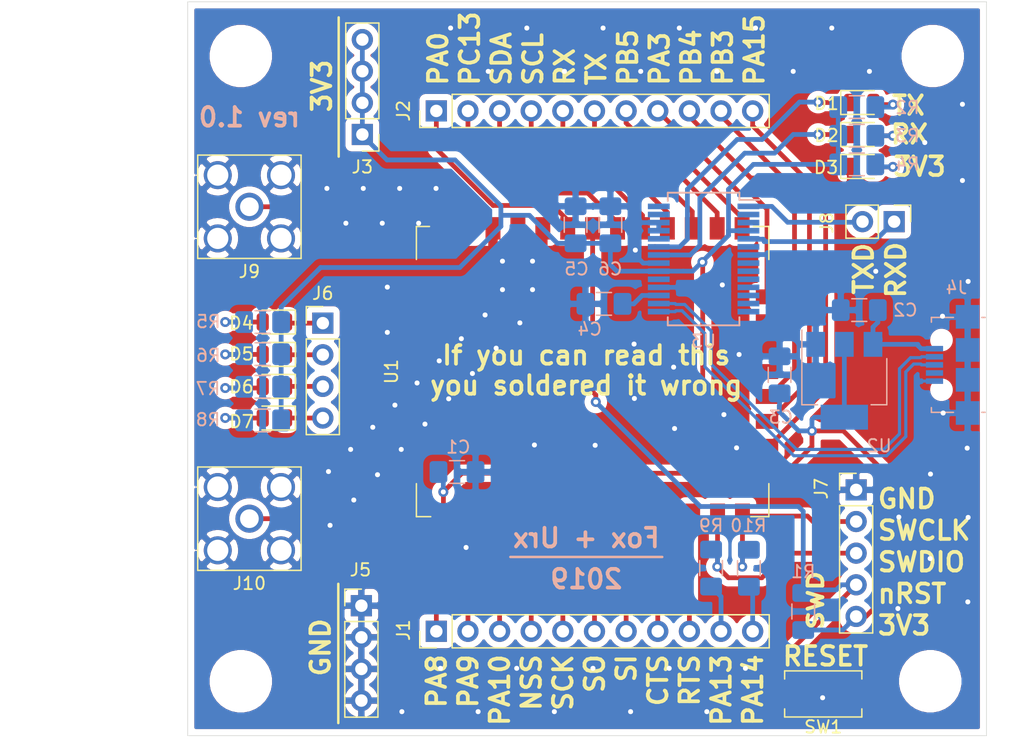
<source format=kicad_pcb>
(kicad_pcb (version 20171130) (host pcbnew 5.0.2+dfsg1-1)
  (layers (0 F.Cu signal) (31 B.Cu signal) (34 B.Paste user hide) (35 F.Paste user hide) (36 B.SilkS user) (37 F.SilkS user) (38 B.Mask user hide) (39 F.Mask user) (44 Edge.Cuts user))
  (net 0 "")
  (net 1 GND)
  (net 2 +3V3)
  (net 3 +5V)
  (net 4 "Net-(C4-Pad1)")
  (net 5 TX_LED)
  (net 6 "Net-(D1-Pad2)")
  (net 7 RX_LED)
  (net 8 "Net-(D2-Pad2)")
  (net 9 "Net-(D3-Pad2)")
  (net 10 "Net-(D4-Pad1)")
  (net 11 "Net-(D4-Pad2)")
  (net 12 "Net-(D5-Pad1)")
  (net 13 "Net-(D5-Pad2)")
  (net 14 "Net-(D6-Pad1)")
  (net 15 "Net-(D6-Pad2)")
  (net 16 "Net-(D7-Pad1)")
  (net 17 "Net-(D7-Pad2)")
  (net 18 SWCLK)
  (net 19 SWDIO)
  (net 20 RTS)
  (net 21 CTS)
  (net 22 MOSI)
  (net 23 MISO)
  (net 24 SCK)
  (net 25 NSS)
  (net 26 PA10)
  (net 27 PA9)
  (net 28 PA8)
  (net 29 PA15)
  (net 30 PB3)
  (net 31 PB4)
  (net 32 PA3)
  (net 33 PB5)
  (net 34 TX)
  (net 35 RX)
  (net 36 SCL)
  (net 37 SDA)
  (net 38 PC13)
  (net 39 PA0)
  (net 40 D-)
  (net 41 D+)
  (net 42 "Net-(J4-Pad4)")
  (net 43 nRST)
  (net 44 "Net-(U1-Pad19)")
  (net 45 "Net-(U1-Pad18)")
  (net 46 "Net-(U1-Pad17)")
  (net 47 "Net-(U3-Pad28)")
  (net 48 "Net-(U3-Pad27)")
  (net 49 "Net-(U3-Pad19)")
  (net 50 "Net-(U3-Pad14)")
  (net 51 "Net-(U3-Pad13)")
  (net 52 "Net-(U3-Pad12)")
  (net 53 "Net-(U3-Pad11)")
  (net 54 "Net-(U3-Pad10)")
  (net 55 "Net-(U3-Pad9)")
  (net 56 "Net-(U3-Pad6)")
  (net 57 "Net-(U3-Pad3)")
  (net 58 "Net-(U3-Pad2)")
  (net 59 "Net-(J1-Pad10)")
  (net 60 "Net-(J1-Pad11)")
  (net 61 "Net-(J8-Pad1)")
  (net 62 "Net-(J8-Pad2)")
  (net 63 ANT_LF)
  (net 64 ANT_HF)
  (module rfh78-052:USB_Micro-B_Molex_47346-0001 (layer B.Cu) (at 177.5 46.3 270)
    (fp_text reference J4 (at -6.2 -0.3 180) (layer B.SilkS) (effects (justify mirror)))
    (fp_text value USB_B_Micro)
    (pad "" np_thru_hole circle (at -2 0.9 90) (size 0.8 0.8) (drill 0.8) (layers *.Mask B.Cu))
    (pad "" np_thru_hole circle (at 2 0.9 270) (size 0.8 0.8) (drill 0.8) (layers *.Mask B.Cu))
    (pad 1 smd rect (at -1.3 1.46 270) (size 0.45 1.38) (layers B.Cu B.Paste B.Mask) (net 3 +5V))
    (pad 2 smd rect (at -0.65 1.46 270) (size 0.45 1.38) (layers B.Cu B.Paste B.Mask) (net 40 D-))
    (pad 3 smd rect (at 0 1.46 270) (size 0.45 1.38) (layers B.Cu B.Paste B.Mask) (net 41 D+))
    (pad 4 smd rect (at 0.65 1.46 270) (size 0.45 1.38) (layers B.Cu B.Paste B.Mask) (net 42 "Net-(J4-Pad4)"))
    (pad 5 smd rect (at 1.3 1.46 270) (size 0.45 1.38) (layers B.Cu B.Paste B.Mask) (net 1 GND))
    (pad 6 smd rect (at -3.86 -1.2 270) (size 1.9 1.9) (layers B.Cu B.Paste B.Mask) (net 1 GND))
    (pad 6 smd rect (at 3.86 -1.2 270) (size 1.9 1.9) (layers B.Cu B.Paste B.Mask) (net 1 GND))
    (pad 6 smd rect (at -1.2 -1.2 270) (size 1.9 1.9) (layers B.Cu B.Paste B.Mask) (net 1 GND))
    (pad 6 smd rect (at 1.2 -1.2 270) (size 1.9 1.9) (layers B.Cu B.Paste B.Mask) (net 1 GND))
  )
  (module Button_Switch_SMD:SW_SPST_EVQPE1 (layer F.Cu) (at 167.1066 72.7202 180)
    (fp_text reference SW1 (at 0 -2.65) (layer F.SilkS))
    (fp_text value FSM8JSMATR)
    (pad 1 smd rect (at -2.7 0 180) (size 2 1.6) (layers F.Cu F.Paste F.Mask) (net 1 GND))
    (pad 2 smd rect (at 2.7 0 180) (size 2 1.6) (layers F.Cu F.Paste F.Mask) (net 43 nRST))
  )
  (module Connector_Coaxial:SMA_Amphenol_132203-12_Horizontal (layer F.Cu) (at 121.031 58.6486 90)
    (fp_text reference J10 (at -5.2 0) (layer F.SilkS))
    (fp_text value Conn_Coaxial_Power)
    (pad 1 thru_hole circle (at 0 0 90) (size 2.25 2.25) (drill 1.5) (layers *.Cu *.Mask) (net 64 ANT_HF))
    (pad 2 thru_hole circle (at 2.54 2.54 180) (size 2.25 2.25) (drill 1.7) (layers *.Cu *.Mask) (net 1 GND))
    (pad 2 thru_hole circle (at 2.54 -2.54 90) (size 2.25 2.25) (drill 1.7) (layers *.Cu *.Mask) (net 1 GND))
    (pad 2 thru_hole circle (at -2.54 -2.54 90) (size 2.25 2.25) (drill 1.7) (layers *.Cu *.Mask) (net 1 GND))
    (pad 2 thru_hole circle (at -2.54 2.54 90) (size 2.25 2.25) (drill 1.7) (layers *.Cu *.Mask) (net 1 GND))
  )
  (module Connector_Coaxial:SMA_Amphenol_132203-12_Horizontal (layer F.Cu) (at 121.031 33.6042 90)
    (fp_text reference J9 (at -5.2 0) (layer F.SilkS))
    (fp_text value Conn_Coaxial_Power)
    (pad 1 thru_hole circle (at 0 0 90) (size 2.25 2.25) (drill 1.5) (layers *.Cu *.Mask) (net 63 ANT_LF))
    (pad 2 thru_hole circle (at 2.54 2.54 180) (size 2.25 2.25) (drill 1.7) (layers *.Cu *.Mask) (net 1 GND))
    (pad 2 thru_hole circle (at 2.54 -2.54 90) (size 2.25 2.25) (drill 1.7) (layers *.Cu *.Mask) (net 1 GND))
    (pad 2 thru_hole circle (at -2.54 -2.54 90) (size 2.25 2.25) (drill 1.7) (layers *.Cu *.Mask) (net 1 GND))
    (pad 2 thru_hole circle (at -2.54 2.54 90) (size 2.25 2.25) (drill 1.7) (layers *.Cu *.Mask) (net 1 GND))
  )
  (module MountingHole:MountingHole_4mm (layer F.Cu) (at 175.9 21.5)
    (fp_text reference REF** hide)
    (fp_text value MountingHole_4mm)
    (pad 1 np_thru_hole circle (at 0 0) (size 4 4) (drill 4) (layers *.Cu *.Mask))
  )
  (module MountingHole:MountingHole_4mm (layer F.Cu) (at 120.343 21.5)
    (fp_text reference REF** hide)
    (fp_text value MountingHole_4mm)
    (pad "" np_thru_hole circle (at 0 0) (size 4 4) (drill 4) (layers *.Cu *.Mask))
  )
  (module MountingHole:MountingHole_4mm (layer F.Cu) (at 120.343 71.7)
    (fp_text reference REF** hide)
    (fp_text value MountingHole_4mm)
    (pad 1 np_thru_hole circle (at 0 0) (size 4 4) (drill 4) (layers *.Cu *.Mask))
  )
  (module MountingHole:MountingHole_4mm (layer F.Cu) (at 175.7 71.7)
    (fp_text reference REF** hide)
    (fp_text value MountingHole_4mm)
    (pad 1 np_thru_hole circle (at 0 0) (size 4 4) (drill 4) (layers *.Cu *.Mask))
  )
  (module Resistor_SMD:R_1206_3216Metric_Pad1.42x1.75mm_HandSolder (layer B.Cu) (at 161.136 62.63 270)
    (fp_text reference R10 (at -3.43 0.036 180) (layer B.SilkS) (effects (justify mirror)))
    (fp_text value 440)
    (pad 1 smd roundrect (at -1.4875 0 270) (size 1.425 1.75) (layers B.Cu B.Paste B.Mask) (roundrect_rratio 0.175439) (net 18 SWCLK))
    (pad 2 smd roundrect (at 1.4875 0 270) (size 1.425 1.75) (layers B.Cu B.Paste B.Mask) (roundrect_rratio 0.175439) (net 60 "Net-(J1-Pad11)"))
  )
  (module Resistor_SMD:R_1206_3216Metric_Pad1.42x1.75mm_HandSolder (layer B.Cu) (at 158.1 62.6125 270)
    (fp_text reference R9 (at -3.4125 0 180) (layer B.SilkS) (effects (justify mirror)))
    (fp_text value 440)
    (pad 1 smd roundrect (at -1.4875 0 270) (size 1.425 1.75) (layers B.Cu B.Paste B.Mask) (roundrect_rratio 0.175439) (net 19 SWDIO))
    (pad 2 smd roundrect (at 1.4875 0 270) (size 1.425 1.75) (layers B.Cu B.Paste B.Mask) (roundrect_rratio 0.175439) (net 59 "Net-(J1-Pad10)"))
  )
  (module Resistor_SMD:R_1206_3216Metric_Pad1.42x1.75mm_HandSolder (layer B.Cu) (at 122.0924 50.7588 180)
    (fp_text reference R8 (at 4.3888 0.0604 180) (layer B.SilkS) (effects (justify mirror)))
    (fp_text value 100)
    (pad 2 smd roundrect (at 1.4875 0 180) (size 1.425 1.75) (layers B.Cu B.Paste B.Mask) (roundrect_rratio 0.175439) (net 17 "Net-(D7-Pad2)"))
    (pad 1 smd roundrect (at -1.4875 0 180) (size 1.425 1.75) (layers B.Cu B.Paste B.Mask) (roundrect_rratio 0.175439) (net 2 +3V3))
  )
  (module Resistor_SMD:R_1206_3216Metric_Pad1.42x1.75mm_HandSolder (layer B.Cu) (at 122.0924 48.0588 180)
    (fp_text reference R7 (at 4.3888 -0.1504 180) (layer B.SilkS) (effects (justify mirror)))
    (fp_text value 100)
    (pad 2 smd roundrect (at 1.4875 0 180) (size 1.425 1.75) (layers B.Cu B.Paste B.Mask) (roundrect_rratio 0.175439) (net 15 "Net-(D6-Pad2)"))
    (pad 1 smd roundrect (at -1.4875 0 180) (size 1.425 1.75) (layers B.Cu B.Paste B.Mask) (roundrect_rratio 0.175439) (net 2 +3V3))
  )
  (module Resistor_SMD:R_1206_3216Metric_Pad1.42x1.75mm_HandSolder (layer B.Cu) (at 122.0924 45.4358 180)
    (fp_text reference R6 (at 4.3634 -0.1064 180) (layer B.SilkS) (effects (justify mirror)))
    (fp_text value 100)
    (pad 2 smd roundrect (at 1.4875 0 180) (size 1.425 1.75) (layers B.Cu B.Paste B.Mask) (roundrect_rratio 0.175439) (net 13 "Net-(D5-Pad2)"))
    (pad 1 smd roundrect (at -1.4875 0 180) (size 1.425 1.75) (layers B.Cu B.Paste B.Mask) (roundrect_rratio 0.175439) (net 2 +3V3))
  )
  (module Resistor_SMD:R_1206_3216Metric_Pad1.42x1.75mm_HandSolder (layer B.Cu) (at 122.0924 42.8588 180)
    (fp_text reference R5 (at 4.3634 0.0344 180) (layer B.SilkS) (effects (justify mirror)))
    (fp_text value 100)
    (pad 2 smd roundrect (at 1.4875 0 180) (size 1.425 1.75) (layers B.Cu B.Paste B.Mask) (roundrect_rratio 0.175439) (net 11 "Net-(D4-Pad2)"))
    (pad 1 smd roundrect (at -1.4875 0 180) (size 1.425 1.75) (layers B.Cu B.Paste B.Mask) (roundrect_rratio 0.175439) (net 2 +3V3))
  )
  (module Resistor_SMD:R_1206_3216Metric_Pad1.42x1.75mm_HandSolder (layer B.Cu) (at 169.8 30.2)
    (fp_text reference R4 (at 4.058283 -0.02997) (layer B.SilkS) (effects (justify mirror)))
    (fp_text value 100)
    (pad 2 smd roundrect (at 1.4875 0) (size 1.425 1.75) (layers B.Cu B.Paste B.Mask) (roundrect_rratio 0.175439) (net 9 "Net-(D3-Pad2)"))
    (pad 1 smd roundrect (at -1.4875 0) (size 1.425 1.75) (layers B.Cu B.Paste B.Mask) (roundrect_rratio 0.175439) (net 2 +3V3))
  )
  (module Resistor_SMD:R_1206_3216Metric_Pad1.42x1.75mm_HandSolder (layer B.Cu) (at 169.8 27.9)
    (fp_text reference R3 (at 4.058283 0.00203) (layer B.SilkS) (effects (justify mirror)))
    (fp_text value 100)
    (pad 2 smd roundrect (at 1.4875 0) (size 1.425 1.75) (layers B.Cu B.Paste B.Mask) (roundrect_rratio 0.175439) (net 8 "Net-(D2-Pad2)"))
    (pad 1 smd roundrect (at -1.4875 0) (size 1.425 1.75) (layers B.Cu B.Paste B.Mask) (roundrect_rratio 0.175439) (net 2 +3V3))
  )
  (module Resistor_SMD:R_1206_3216Metric_Pad1.42x1.75mm_HandSolder (layer B.Cu) (at 169.8 25.6)
    (fp_text reference R2 (at 4.058283 0.03403) (layer B.SilkS) (effects (justify mirror)))
    (fp_text value 100)
    (pad 1 smd roundrect (at -1.4875 0) (size 1.425 1.75) (layers B.Cu B.Paste B.Mask) (roundrect_rratio 0.175439) (net 2 +3V3))
    (pad 2 smd roundrect (at 1.4875 0) (size 1.425 1.75) (layers B.Cu B.Paste B.Mask) (roundrect_rratio 0.175439) (net 6 "Net-(D1-Pad2)"))
  )
  (module Resistor_SMD:R_1206_3216Metric_Pad1.42x1.75mm_HandSolder (layer B.Cu) (at 165.5 66.1 90)
    (fp_text reference R1 (at 3.2 0) (layer B.SilkS) (effects (justify mirror)))
    (fp_text value 1K)
    (pad 2 smd roundrect (at 1.4875 0 90) (size 1.425 1.75) (layers B.Cu B.Paste B.Mask) (roundrect_rratio 0.175439) (net 43 nRST))
    (pad 1 smd roundrect (at -1.4875 0 90) (size 1.425 1.75) (layers B.Cu B.Paste B.Mask) (roundrect_rratio 0.175439) (net 2 +3V3))
  )
  (module Capacitor_SMD:C_1206_3216Metric_Pad1.42x1.75mm_HandSolder (layer B.Cu) (at 150.015 35.051 90)
    (fp_text reference C6 (at -3.549 -0.015 180) (layer B.SilkS) (effects (justify mirror)))
    (fp_text value 100nF)
    (pad 2 smd roundrect (at 1.4875 0 90) (size 1.425 1.75) (layers B.Cu B.Paste B.Mask) (roundrect_rratio 0.175439) (net 1 GND))
    (pad 1 smd roundrect (at -1.4875 0 90) (size 1.425 1.75) (layers B.Cu B.Paste B.Mask) (roundrect_rratio 0.175439) (net 2 +3V3))
  )
  (module Capacitor_SMD:C_1206_3216Metric_Pad1.42x1.75mm_HandSolder (layer B.Cu) (at 147.221 35.051 90)
    (fp_text reference C5 (at -3.549 0.079 180) (layer B.SilkS) (effects (justify mirror)))
    (fp_text value 4.7uF)
    (pad 2 smd roundrect (at 1.4875 0 90) (size 1.425 1.75) (layers B.Cu B.Paste B.Mask) (roundrect_rratio 0.175439) (net 1 GND))
    (pad 1 smd roundrect (at -1.4875 0 90) (size 1.425 1.75) (layers B.Cu B.Paste B.Mask) (roundrect_rratio 0.175439) (net 2 +3V3))
  )
  (module Capacitor_SMD:C_1206_3216Metric_Pad1.42x1.75mm_HandSolder (layer B.Cu) (at 149.5 41.4 180)
    (fp_text reference C4 (at 1.1386 -2.034) (layer B.SilkS) (effects (justify mirror)))
    (fp_text value 100nF)
    (pad 2 smd roundrect (at 1.4875 0 180) (size 1.425 1.75) (layers B.Cu B.Paste B.Mask) (roundrect_rratio 0.175439) (net 1 GND))
    (pad 1 smd roundrect (at -1.4875 0 180) (size 1.425 1.75) (layers B.Cu B.Paste B.Mask) (roundrect_rratio 0.175439) (net 4 "Net-(C4-Pad1)"))
  )
  (module Capacitor_SMD:C_1206_3216Metric_Pad1.42x1.75mm_HandSolder (layer B.Cu) (at 163.6 47.1 90)
    (fp_text reference C3 (at -3.4 0.1) (layer B.SilkS) (effects (justify mirror)))
    (fp_text value 10uF)
    (pad 1 smd roundrect (at -1.4875 0 90) (size 1.425 1.75) (layers B.Cu B.Paste B.Mask) (roundrect_rratio 0.175439) (net 2 +3V3))
    (pad 2 smd roundrect (at 1.4875 0 90) (size 1.425 1.75) (layers B.Cu B.Paste B.Mask) (roundrect_rratio 0.175439) (net 1 GND))
  )
  (module Capacitor_SMD:C_1206_3216Metric_Pad1.42x1.75mm_HandSolder (layer B.Cu) (at 170 41.9 180)
    (fp_text reference C2 (at -3.7 0) (layer B.SilkS) (effects (justify mirror)))
    (fp_text value 10uF)
    (pad 1 smd roundrect (at -1.4875 0 180) (size 1.425 1.75) (layers B.Cu B.Paste B.Mask) (roundrect_rratio 0.175439) (net 3 +5V))
    (pad 2 smd roundrect (at 1.4875 0 180) (size 1.425 1.75) (layers B.Cu B.Paste B.Mask) (roundrect_rratio 0.175439) (net 1 GND))
  )
  (module Capacitor_SMD:C_1206_3216Metric_Pad1.42x1.75mm_HandSolder (layer B.Cu) (at 137.7 54.9)
    (fp_text reference C1 (at 0.1 -2 180) (layer B.SilkS) (effects (justify mirror)))
    (fp_text value 100nF)
    (pad 2 smd roundrect (at 1.4875 0) (size 1.425 1.75) (layers B.Cu B.Paste B.Mask) (roundrect_rratio 0.175439) (net 1 GND))
    (pad 1 smd roundrect (at -1.4875 0) (size 1.425 1.75) (layers B.Cu B.Paste B.Mask) (roundrect_rratio 0.175439) (net 2 +3V3))
  )
  (module Connector_PinHeader_2.54mm:PinHeader_1x02_P2.54mm_Vertical (layer F.Cu) (at 172.8 34.8 270)
    (fp_text reference J8 (at 0.1 5.4 270) (layer F.SilkS))
    (fp_text value Conn_01x02_Male)
    (pad 1 thru_hole rect (at 0 0 270) (size 1.7 1.7) (drill 1) (layers *.Cu *.Mask) (net 61 "Net-(J8-Pad1)"))
    (pad 2 thru_hole oval (at 0 2.54 270) (size 1.7 1.7) (drill 1) (layers *.Cu *.Mask) (net 62 "Net-(J8-Pad2)"))
  )
  (module Connector_PinHeader_2.54mm:PinHeader_1x05_P2.54mm_Vertical (layer F.Cu) (at 169.7482 56.3372)
    (fp_text reference J7 (at -2.8 -0.1 90) (layer F.SilkS))
    (fp_text value SWD)
    (pad 1 thru_hole rect (at 0 0) (size 1.7 1.7) (drill 1) (layers *.Cu *.Mask) (net 1 GND))
    (pad 2 thru_hole oval (at 0 2.54) (size 1.7 1.7) (drill 1) (layers *.Cu *.Mask) (net 18 SWCLK))
    (pad 3 thru_hole oval (at 0 5.08) (size 1.7 1.7) (drill 1) (layers *.Cu *.Mask) (net 19 SWDIO))
    (pad 4 thru_hole oval (at 0 7.62) (size 1.7 1.7) (drill 1) (layers *.Cu *.Mask) (net 43 nRST))
    (pad 5 thru_hole oval (at 0 10.16) (size 1.7 1.7) (drill 1) (layers *.Cu *.Mask) (net 2 +3V3))
  )
  (module Package_SO:SSOP-28_5.3x10.2mm_P0.65mm (layer B.Cu) (at 157.5 37.8 180)
    (fp_text reference U3 (at 0 -6.6 unlocked) (layer B.SilkS) (effects (justify mirror)))
    (fp_text value FT232RL)
    (pad 28 smd rect (at 3.6 4.225 180) (size 1.75 0.45) (layers B.Cu B.Paste B.Mask) (net 47 "Net-(U3-Pad28)"))
    (pad 27 smd rect (at 3.6 3.575 180) (size 1.75 0.45) (layers B.Cu B.Paste B.Mask) (net 48 "Net-(U3-Pad27)"))
    (pad 26 smd rect (at 3.6 2.925 180) (size 1.75 0.45) (layers B.Cu B.Paste B.Mask) (net 1 GND))
    (pad 25 smd rect (at 3.6 2.275 180) (size 1.75 0.45) (layers B.Cu B.Paste B.Mask) (net 1 GND))
    (pad 24 smd rect (at 3.6 1.625 180) (size 1.75 0.45) (layers B.Cu B.Paste B.Mask))
    (pad 23 smd rect (at 3.6 0.975 180) (size 1.75 0.45) (layers B.Cu B.Paste B.Mask) (net 5 TX_LED))
    (pad 22 smd rect (at 3.6 0.325 180) (size 1.75 0.45) (layers B.Cu B.Paste B.Mask) (net 7 RX_LED))
    (pad 21 smd rect (at 3.6 -0.325 180) (size 1.75 0.45) (layers B.Cu B.Paste B.Mask) (net 1 GND))
    (pad 20 smd rect (at 3.6 -0.975 180) (size 1.75 0.45) (layers B.Cu B.Paste B.Mask) (net 2 +3V3))
    (pad 19 smd rect (at 3.6 -1.625 180) (size 1.75 0.45) (layers B.Cu B.Paste B.Mask) (net 49 "Net-(U3-Pad19)"))
    (pad 18 smd rect (at 3.6 -2.275 180) (size 1.75 0.45) (layers B.Cu B.Paste B.Mask) (net 1 GND))
    (pad 17 smd rect (at 3.6 -2.925 180) (size 1.75 0.45) (layers B.Cu B.Paste B.Mask) (net 4 "Net-(C4-Pad1)"))
    (pad 16 smd rect (at 3.6 -3.575 180) (size 1.75 0.45) (layers B.Cu B.Paste B.Mask) (net 40 D-))
    (pad 15 smd rect (at 3.6 -4.225 180) (size 1.75 0.45) (layers B.Cu B.Paste B.Mask) (net 41 D+))
    (pad 14 smd rect (at -3.6 -4.225 180) (size 1.75 0.45) (layers B.Cu B.Paste B.Mask) (net 50 "Net-(U3-Pad14)"))
    (pad 13 smd rect (at -3.6 -3.575 180) (size 1.75 0.45) (layers B.Cu B.Paste B.Mask) (net 51 "Net-(U3-Pad13)"))
    (pad 12 smd rect (at -3.6 -2.925 180) (size 1.75 0.45) (layers B.Cu B.Paste B.Mask) (net 52 "Net-(U3-Pad12)"))
    (pad 11 smd rect (at -3.6 -2.275 180) (size 1.75 0.45) (layers B.Cu B.Paste B.Mask) (net 53 "Net-(U3-Pad11)"))
    (pad 10 smd rect (at -3.6 -1.625 180) (size 1.75 0.45) (layers B.Cu B.Paste B.Mask) (net 54 "Net-(U3-Pad10)"))
    (pad 9 smd rect (at -3.6 -0.975 180) (size 1.75 0.45) (layers B.Cu B.Paste B.Mask) (net 55 "Net-(U3-Pad9)"))
    (pad 8 smd rect (at -3.6 -0.325 180) (size 1.75 0.45) (layers B.Cu B.Paste B.Mask))
    (pad 7 smd rect (at -3.6 0.325 180) (size 1.75 0.45) (layers B.Cu B.Paste B.Mask) (net 1 GND))
    (pad 6 smd rect (at -3.6 0.975 180) (size 1.75 0.45) (layers B.Cu B.Paste B.Mask) (net 56 "Net-(U3-Pad6)"))
    (pad 5 smd rect (at -3.6 1.625 180) (size 1.75 0.45) (layers B.Cu B.Paste B.Mask) (net 61 "Net-(J8-Pad1)"))
    (pad 4 smd rect (at -3.6 2.275 180) (size 1.75 0.45) (layers B.Cu B.Paste B.Mask) (net 2 +3V3))
    (pad 3 smd rect (at -3.6 2.925 180) (size 1.75 0.45) (layers B.Cu B.Paste B.Mask) (net 57 "Net-(U3-Pad3)"))
    (pad 2 smd rect (at -3.6 3.575 180) (size 1.75 0.45) (layers B.Cu B.Paste B.Mask) (net 58 "Net-(U3-Pad2)"))
    (pad 1 smd rect (at -3.6 4.225 180) (size 1.75 0.45) (layers B.Cu B.Paste B.Mask) (net 62 "Net-(J8-Pad2)"))
  )
  (module rfh78-052:SOT-223-3_TabPin2_new-TI (layer B.Cu) (at 168.8 47.6 270)
    (fp_text reference U2 (at 5.2 -2.8 unlocked) (layer B.SilkS) (effects (justify mirror)))
    (fp_text value LM1117-3.3)
    (pad 2 smd rect (at 2.9 0 270) (size 2 3.8) (layers B.Cu B.Paste B.Mask) (net 2 +3V3))
    (pad 2 smd rect (at -2.95 0 270) (size 2 1.5) (layers B.Cu B.Paste B.Mask) (net 2 +3V3))
    (pad 3 smd rect (at -2.95 -2.3 270) (size 2 1.5) (layers B.Cu B.Paste B.Mask) (net 3 +5V))
    (pad 1 smd rect (at -2.95 2.3 270) (size 2 1.5) (layers B.Cu B.Paste B.Mask) (net 1 GND))
  )
  (module rfh78-052:RHF78-052_LCC (layer F.Cu) (at 148.59 46.836 90)
    (fp_text reference U1 (at 0 -16.15 90) (layer F.SilkS))
    (fp_text value rhf78-052)
    (pad 33 smd rect (at 11.5 -12) (size 1.2 1.8) (layers F.Cu F.Paste F.Mask) (net 1 GND))
    (pad 32 smd rect (at 11.5 -10) (size 1.2 1.8) (layers F.Cu F.Paste F.Mask) (net 63 ANT_LF))
    (pad 31 smd rect (at 11.5 -8) (size 1.2 1.8) (layers F.Cu F.Paste F.Mask) (net 1 GND))
    (pad 30 smd rect (at 11.5 -6) (size 1.2 1.8) (layers F.Cu F.Paste F.Mask) (net 64 ANT_HF))
    (pad 29 smd rect (at 11.5 -4) (size 1.2 1.8) (layers F.Cu F.Paste F.Mask) (net 1 GND))
    (pad 28 smd rect (at 11.5 -2) (size 1.2 1.8) (layers F.Cu F.Paste F.Mask) (net 39 PA0))
    (pad 27 smd rect (at 11.5 0) (size 1.2 1.8) (layers F.Cu F.Paste F.Mask) (net 43 nRST))
    (pad 26 smd rect (at 11.5 2) (size 1.2 1.8) (layers F.Cu F.Paste F.Mask) (net 38 PC13))
    (pad 25 smd rect (at 11.5 4) (size 1.2 1.8) (layers F.Cu F.Paste F.Mask) (net 37 SDA))
    (pad 24 smd rect (at 11.5 6 180) (size 1.2 1.8) (layers F.Cu F.Paste F.Mask) (net 36 SCL))
    (pad 23 smd rect (at 11.5 8 180) (size 1.2 1.8) (layers F.Cu F.Paste F.Mask) (net 35 RX))
    (pad 22 smd rect (at 11.5 10 180) (size 1.2 1.8) (layers F.Cu F.Paste F.Mask) (net 34 TX))
    (pad 21 smd rect (at 11.5 12 180) (size 1.2 1.8) (layers F.Cu F.Paste F.Mask) (net 33 PB5))
    (pad 20 smd rect (at 6 14 270) (size 1.2 1.8) (layers F.Cu F.Paste F.Mask) (net 32 PA3))
    (pad 19 smd rect (at 4 14 90) (size 1.2 1.8) (layers F.Cu F.Paste F.Mask) (net 44 "Net-(U1-Pad19)"))
    (pad 18 smd rect (at 2 14 90) (size 1.2 1.8) (layers F.Cu F.Paste F.Mask) (net 45 "Net-(U1-Pad18)"))
    (pad 17 smd rect (at 0 14 90) (size 1.2 1.8) (layers F.Cu F.Paste F.Mask) (net 46 "Net-(U1-Pad17)"))
    (pad 16 smd rect (at -2 14 90) (size 1.2 1.8) (layers F.Cu F.Paste F.Mask) (net 31 PB4))
    (pad 15 smd rect (at -4 14 90) (size 1.2 1.8) (layers F.Cu F.Paste F.Mask) (net 30 PB3))
    (pad 14 smd rect (at -6 14 90) (size 1.2 1.8) (layers F.Cu F.Paste F.Mask) (net 29 PA15))
    (pad 13 smd rect (at -11.5 12.03) (size 1.2 1.8) (layers F.Cu F.Paste F.Mask) (net 18 SWCLK))
    (pad 12 smd rect (at -11.5 10.03) (size 1.2 1.8) (layers F.Cu F.Paste F.Mask) (net 19 SWDIO))
    (pad 11 smd rect (at -11.5 8.03) (size 1.2 1.8) (layers F.Cu F.Paste F.Mask) (net 20 RTS))
    (pad 10 smd rect (at -11.5 6.03) (size 1.2 1.8) (layers F.Cu F.Paste F.Mask) (net 21 CTS))
    (pad 9 smd rect (at -11.5 4) (size 1.2 1.8) (layers F.Cu F.Paste F.Mask) (net 22 MOSI))
    (pad 8 smd rect (at -11.5 2.02 180) (size 1.2 1.8) (layers F.Cu F.Paste F.Mask) (net 23 MISO))
    (pad 7 smd rect (at -11.5 0.02 180) (size 1.2 1.8) (layers F.Cu F.Paste F.Mask) (net 24 SCK))
    (pad 6 smd rect (at -11.5 -1.98 180) (size 1.2 1.8) (layers F.Cu F.Paste F.Mask) (net 25 NSS))
    (pad 5 smd rect (at -11.5 -3.98 180) (size 1.2 1.8) (layers F.Cu F.Paste F.Mask) (net 26 PA10))
    (pad 4 smd rect (at -11.5 -5.98 180) (size 1.2 1.8) (layers F.Cu F.Paste F.Mask) (net 27 PA9))
    (pad 3 smd rect (at -11.5 -7.98 180) (size 1.2 1.8) (layers F.Cu F.Paste F.Mask) (net 28 PA8))
    (pad 2 smd rect (at -11.5 -9.98 180) (size 1.2 1.8) (layers F.Cu F.Paste F.Mask) (net 1 GND))
    (pad 1 smd rect (at -11.5 -11.98 180) (size 1.2 1.8) (layers F.Cu F.Paste F.Mask) (net 2 +3V3))
  )
  (module Connector_PinHeader_2.54mm:PinHeader_1x04_P2.54mm_Vertical (layer F.Cu) (at 126.926436 42.947362)
    (fp_text reference J6 (at 0 -2.388562) (layer F.SilkS))
    (fp_text value LEDS)
    (pad 4 thru_hole oval (at 0 7.62) (size 1.7 1.7) (drill 1) (layers *.Cu *.Mask) (net 16 "Net-(D7-Pad1)"))
    (pad 3 thru_hole oval (at 0 5.08) (size 1.7 1.7) (drill 1) (layers *.Cu *.Mask) (net 14 "Net-(D6-Pad1)"))
    (pad 2 thru_hole oval (at 0 2.54) (size 1.7 1.7) (drill 1) (layers *.Cu *.Mask) (net 12 "Net-(D5-Pad1)"))
    (pad 1 thru_hole rect (at 0 0) (size 1.7 1.7) (drill 1) (layers *.Cu *.Mask) (net 10 "Net-(D4-Pad1)"))
  )
  (module Connector_PinHeader_2.54mm:PinHeader_1x04_P2.54mm_Vertical (layer F.Cu) (at 130.0226 65.6336)
    (fp_text reference J5 (at -0.0762 -2.8702 180) (layer F.SilkS))
    (fp_text value GND)
    (pad 4 thru_hole oval (at 0 7.62) (size 1.7 1.7) (drill 1) (layers *.Cu *.Mask) (net 1 GND))
    (pad 3 thru_hole oval (at 0 5.08) (size 1.7 1.7) (drill 1) (layers *.Cu *.Mask) (net 1 GND))
    (pad 2 thru_hole oval (at 0 2.54) (size 1.7 1.7) (drill 1) (layers *.Cu *.Mask) (net 1 GND))
    (pad 1 thru_hole rect (at 0 0) (size 1.7 1.7) (drill 1) (layers *.Cu *.Mask) (net 1 GND))
  )
  (module Connector_PinHeader_2.54mm:PinHeader_1x04_P2.54mm_Vertical (layer F.Cu) (at 130.1 27.8 180)
    (fp_text reference J3 (at 0 -2.611) (layer F.SilkS))
    (fp_text value 3.3V)
    (pad 1 thru_hole rect (at 0 0 180) (size 1.7 1.7) (drill 1) (layers *.Cu *.Mask) (net 2 +3V3))
    (pad 2 thru_hole oval (at 0 2.54 180) (size 1.7 1.7) (drill 1) (layers *.Cu *.Mask) (net 2 +3V3))
    (pad 3 thru_hole oval (at 0 5.08 180) (size 1.7 1.7) (drill 1) (layers *.Cu *.Mask) (net 2 +3V3))
    (pad 4 thru_hole oval (at 0 7.62 180) (size 1.7 1.7) (drill 1) (layers *.Cu *.Mask) (net 2 +3V3))
  )
  (module Connector_PinHeader_2.54mm:PinHeader_1x11_P2.54mm_Vertical (layer F.Cu) (at 136.04 25.908 90)
    (fp_text reference J2 (at 0.008 -2.64 90) (layer F.SilkS))
    (fp_text value Conn_01x11_Male)
    (pad 1 thru_hole rect (at 0 0 90) (size 1.7 1.7) (drill 1) (layers *.Cu *.Mask) (net 39 PA0))
    (pad 2 thru_hole oval (at 0 2.54 90) (size 1.7 1.7) (drill 1) (layers *.Cu *.Mask) (net 38 PC13))
    (pad 3 thru_hole oval (at 0 5.08 90) (size 1.7 1.7) (drill 1) (layers *.Cu *.Mask) (net 37 SDA))
    (pad 4 thru_hole oval (at 0 7.62 90) (size 1.7 1.7) (drill 1) (layers *.Cu *.Mask) (net 36 SCL))
    (pad 5 thru_hole oval (at 0 10.16 90) (size 1.7 1.7) (drill 1) (layers *.Cu *.Mask) (net 35 RX))
    (pad 6 thru_hole oval (at 0 12.7 90) (size 1.7 1.7) (drill 1) (layers *.Cu *.Mask) (net 34 TX))
    (pad 7 thru_hole oval (at 0 15.24 90) (size 1.7 1.7) (drill 1) (layers *.Cu *.Mask) (net 33 PB5))
    (pad 8 thru_hole oval (at 0 17.78 90) (size 1.7 1.7) (drill 1) (layers *.Cu *.Mask) (net 32 PA3))
    (pad 9 thru_hole oval (at 0 20.32 90) (size 1.7 1.7) (drill 1) (layers *.Cu *.Mask) (net 31 PB4))
    (pad 10 thru_hole oval (at 0 22.86 90) (size 1.7 1.7) (drill 1) (layers *.Cu *.Mask) (net 30 PB3))
    (pad 11 thru_hole oval (at 0 25.4 90) (size 1.7 1.7) (drill 1) (layers *.Cu *.Mask) (net 29 PA15))
  )
  (module Connector_PinHeader_2.54mm:PinHeader_1x11_P2.54mm_Vertical (layer F.Cu) (at 136.04 67.691 90)
    (fp_text reference J1 (at 0.091 -2.64 90) (layer F.SilkS))
    (fp_text value Conn_01x11_Male)
    (pad 1 thru_hole rect (at 0 0 90) (size 1.7 1.7) (drill 1) (layers *.Cu *.Mask) (net 28 PA8))
    (pad 2 thru_hole oval (at 0 2.54 90) (size 1.7 1.7) (drill 1) (layers *.Cu *.Mask) (net 27 PA9))
    (pad 3 thru_hole oval (at 0 5.08 90) (size 1.7 1.7) (drill 1) (layers *.Cu *.Mask) (net 26 PA10))
    (pad 4 thru_hole oval (at 0 7.62 90) (size 1.7 1.7) (drill 1) (layers *.Cu *.Mask) (net 25 NSS))
    (pad 5 thru_hole oval (at 0 10.16 90) (size 1.7 1.7) (drill 1) (layers *.Cu *.Mask) (net 24 SCK))
    (pad 6 thru_hole oval (at 0 12.7 90) (size 1.7 1.7) (drill 1) (layers *.Cu *.Mask) (net 23 MISO))
    (pad 7 thru_hole oval (at 0 15.24 90) (size 1.7 1.7) (drill 1) (layers *.Cu *.Mask) (net 22 MOSI))
    (pad 8 thru_hole oval (at 0 17.78 90) (size 1.7 1.7) (drill 1) (layers *.Cu *.Mask) (net 21 CTS))
    (pad 9 thru_hole oval (at 0 20.32 90) (size 1.7 1.7) (drill 1) (layers *.Cu *.Mask) (net 20 RTS))
    (pad 10 thru_hole oval (at 0 22.86 90) (size 1.7 1.7) (drill 1) (layers *.Cu *.Mask) (net 59 "Net-(J1-Pad10)"))
    (pad 11 thru_hole oval (at 0 25.4 90) (size 1.7 1.7) (drill 1) (layers *.Cu *.Mask) (net 60 "Net-(J1-Pad11)"))
  )
  (module rfh78-052:D_0805_2012Metric (layer F.Cu) (at 123.037936 50.567362 180)
    (fp_text reference D7 (at 2.645536 -0.291438 180) (layer F.SilkS))
    (fp_text value KP-2012EC)
    (pad 1 smd roundrect (at -0.9375 0 180) (size 0.975 1.4) (layers F.Cu F.Paste F.Mask) (net 16 "Net-(D7-Pad1)"))
    (pad 2 smd roundrect (at 0.9375 0 180) (size 0.975 1.4) (layers F.Cu F.Paste F.Mask) (net 17 "Net-(D7-Pad2)"))
  )
  (module rfh78-052:D_0805_2012Metric (layer F.Cu) (at 123.037936 48.027362 180)
    (fp_text reference D6 (at 2.645536 -0.031438 180) (layer F.SilkS))
    (fp_text value KP-2012EC)
    (pad 1 smd roundrect (at -0.9375 0 180) (size 0.975 1.4) (layers F.Cu F.Paste F.Mask) (net 14 "Net-(D6-Pad1)"))
    (pad 2 smd roundrect (at 0.9375 0 180) (size 0.975 1.4) (layers F.Cu F.Paste F.Mask) (net 15 "Net-(D6-Pad2)"))
  )
  (module rfh78-052:D_0805_2012Metric (layer F.Cu) (at 123.037936 45.4588 180)
    (fp_text reference D5 (at 2.645536 0.028562 180) (layer F.SilkS))
    (fp_text value KP-2012EC)
    (pad 1 smd roundrect (at -0.9375 0 180) (size 0.975 1.4) (layers F.Cu F.Paste F.Mask) (net 12 "Net-(D5-Pad1)"))
    (pad 2 smd roundrect (at 0.9375 0 180) (size 0.975 1.4) (layers F.Cu F.Paste F.Mask) (net 13 "Net-(D5-Pad2)"))
  )
  (module rfh78-052:D_0805_2012Metric (layer F.Cu) (at 123.037936 42.8588 180)
    (fp_text reference D4 (at 2.66 -0.09 180) (layer F.SilkS))
    (fp_text value KP-2012EC)
    (pad 1 smd roundrect (at -0.9375 0 180) (size 0.975 1.4) (layers F.Cu F.Paste F.Mask) (net 10 "Net-(D4-Pad1)"))
    (pad 2 smd roundrect (at 0.9375 0 180) (size 0.975 1.4) (layers F.Cu F.Paste F.Mask) (net 11 "Net-(D4-Pad2)"))
  )
  (module rfh78-052:D_0805_2012Metric (layer F.Cu) (at 170.2 30.37003)
    (fp_text reference D3 (at -2.868283 0.08097 180) (layer F.SilkS))
    (fp_text value KP-2012EC)
    (pad 1 smd roundrect (at -0.9375 0) (size 0.975 1.4) (layers F.Cu F.Paste F.Mask) (net 1 GND))
    (pad 2 smd roundrect (at 0.9375 0) (size 0.975 1.4) (layers F.Cu F.Paste F.Mask) (net 9 "Net-(D3-Pad2)"))
  )
  (module rfh78-052:D_0805_2012Metric (layer F.Cu) (at 170.199283 27.80203)
    (fp_text reference D2 (at -2.828283 0.08097) (layer F.SilkS))
    (fp_text value KP-2012SYC)
    (pad 1 smd roundrect (at -0.9375 0) (size 0.975 1.4) (layers F.Cu F.Paste F.Mask) (net 7 RX_LED))
    (pad 2 smd roundrect (at 0.9375 0) (size 0.975 1.4) (layers F.Cu F.Paste F.Mask) (net 8 "Net-(D2-Pad2)"))
  )
  (module rfh78-052:D_0805_2012Metric (layer F.Cu) (at 170.199283 25.23403)
    (fp_text reference D1 (at -2.828283 0.08097) (layer F.SilkS))
    (fp_text value KP-2012SGC)
    (pad 2 smd roundrect (at 0.9375 0) (size 0.975 1.4) (layers F.Cu F.Paste F.Mask) (net 6 "Net-(D1-Pad2)"))
    (pad 1 smd roundrect (at -0.9375 0) (size 0.975 1.4) (layers F.Cu F.Paste F.Mask) (net 5 TX_LED))
  )
  (gr_text "rev 1.0" (at 121.031 26.416) (layer B.SilkS) (effects (font (size 1.5 1.5) (thickness 0.3)) (justify mirror)))
  (gr_text 2019 (at 148.082 63.5) (layer B.SilkS) (effects (font (size 1.5 1.5) (thickness 0.3)) (justify mirror)))
  (gr_line (start 141.986 61.722) (end 154.178 61.722) (layer B.SilkS) (width 0.2))
  (gr_text "Fox + Urx" (at 148.082 60.198) (layer B.SilkS) (effects (font (size 1.5 1.5) (thickness 0.3)) (justify mirror)))
  (gr_text "If you can read this\nyou soldered it wrong" (at 148.082 46.736) (layer F.SilkS) (effects (font (size 1.5 1.5) (thickness 0.3))))
  (gr_text PA15 (at 161.582 21.002715 90) (layer F.SilkS) (effects (font (size 1.5 1.5) (thickness 0.3))))
  (gr_text PB3 (at 159.042 21.609858 90) (layer F.SilkS) (effects (font (size 1.5 1.5) (thickness 0.3))))
  (gr_text PB4 (at 156.502 21.609858 90) (layer F.SilkS) (effects (font (size 1.5 1.5) (thickness 0.3))))
  (gr_text PA3 (at 153.962 21.717 90) (layer F.SilkS) (effects (font (size 1.5 1.5) (thickness 0.3))))
  (gr_text PB5 (at 151.422 21.609858 90) (layer F.SilkS) (effects (font (size 1.5 1.5) (thickness 0.3))))
  (gr_text TX (at 148.882 22.538429 90) (layer F.SilkS) (effects (font (size 1.5 1.5) (thickness 0.3))))
  (gr_text RX (at 146.349 22.359858 90) (layer F.SilkS) (effects (font (size 1.5 1.5) (thickness 0.3))))
  (gr_text SCL (at 143.809 21.752715 90) (layer F.SilkS) (effects (font (size 1.5 1.5) (thickness 0.3))))
  (gr_text SDA (at 141.269 21.717 90) (layer F.SilkS) (effects (font (size 1.5 1.5) (thickness 0.3))))
  (gr_text PC13 (at 138.729 20.895572 90) (layer F.SilkS) (effects (font (size 1.5 1.5) (thickness 0.3))))
  (gr_text "PA0\n" (at 136.189 21.717 90) (layer F.SilkS) (effects (font (size 1.5 1.5) (thickness 0.3))))
  (gr_text PA14 (at 161.462 72.413714 90) (layer F.SilkS) (effects (font (size 1.5 1.5) (thickness 0.3))))
  (gr_text PA13 (at 158.922 72.413714 90) (layer F.SilkS) (effects (font (size 1.5 1.5) (thickness 0.3))))
  (gr_text "PA8\n" (at 136.062 71.699428 90) (layer F.SilkS) (effects (font (size 1.5 1.5) (thickness 0.3))))
  (gr_text PA9 (at 138.602 71.699428 90) (layer F.SilkS) (effects (font (size 1.5 1.5) (thickness 0.3))))
  (gr_text "PA10\n" (at 141.142 72.413714 90) (layer F.SilkS) (effects (font (size 1.5 1.5) (thickness 0.3))))
  (gr_text NSS (at 143.682 71.806571 90) (layer F.SilkS) (effects (font (size 1.5 1.5) (thickness 0.3))))
  (gr_text "SCK\n" (at 146.222 71.806571 90) (layer F.SilkS) (effects (font (size 1.5 1.5) (thickness 0.3))))
  (gr_text SO (at 148.762 71.092285 90) (layer F.SilkS) (effects (font (size 1.5 1.5) (thickness 0.3))))
  (gr_text SI (at 151.302 70.663714 90) (layer F.SilkS) (effects (font (size 1.5 1.5) (thickness 0.3))))
  (gr_text "CTS\n" (at 153.842 71.628 90) (layer F.SilkS) (effects (font (size 1.5 1.5) (thickness 0.3))))
  (gr_text RTS (at 156.382 71.628 90) (layer F.SilkS) (effects (font (size 1.5 1.5) (thickness 0.3))))
  (gr_line (start 128.1684 75.057) (end 128.1684 63.881) (layer F.SilkS) (width 0.2))
  (gr_text "GND\n" (at 126.746 68.9864 90) (layer F.SilkS) (effects (font (size 1.5 1.5) (thickness 0.3))))
  (gr_text 3V3 (at 126.8476 23.9014 90) (layer F.SilkS) (effects (font (size 1.5 1.5) (thickness 0.3))))
  (gr_line (start 128.2 29.576) (end 128.2 18.4) (layer F.SilkS) (width 0.2))
  (gr_text 3V3 (at 173.599514 67.2154) (layer F.SilkS) (effects (font (size 1.5 1.5) (thickness 0.3))))
  (gr_text nRST (at 174.242371 64.6754) (layer F.SilkS) (effects (font (size 1.5 1.5) (thickness 0.3))))
  (gr_text SWDIO (at 174.992371 62.1354) (layer F.SilkS) (effects (font (size 1.5 1.5) (thickness 0.3))))
  (gr_text SWCLK (at 175.206657 59.5954) (layer F.SilkS) (effects (font (size 1.5 1.5) (thickness 0.3))))
  (gr_text GND (at 173.8138 57.0554) (layer F.SilkS) (effects (font (size 1.5 1.5) (thickness 0.3))))
  (gr_text SWD (at 166.5 65.2 90) (layer F.SilkS) (effects (font (size 1.2 1.5) (thickness 0.3))))
  (gr_text RXD (at 172.9508 38.681 90) (layer F.SilkS) (effects (font (size 1.5 1.5) (thickness 0.3))))
  (gr_text TXD (at 170.3508 38.581 90) (layer F.SilkS) (effects (font (size 1.5 1.5) (thickness 0.3))))
  (gr_text 3V3 (at 174.8428 30.373) (layer F.SilkS) (effects (font (size 1.5 1.5) (thickness 0.3))))
  (gr_text RX (at 174.0268 27.79) (layer F.SilkS) (effects (font (size 1.5 1.5) (thickness 0.3))))
  (gr_text TX (at 173.9428 25.473) (layer F.SilkS) (effects (font (size 1.5 1.5) (thickness 0.3))))
  (gr_text RESET (at 167.2844 69.6976) (layer F.SilkS) (effects (font (size 1.5 1.5) (thickness 0.3))))
  (gr_line (start 116.078 76.073) (end 116.078 17.145) (layer Edge.Cuts) (width 0.05))
  (gr_line (start 180.213 76.073) (end 116.078 76.073) (layer Edge.Cuts) (width 0.05))
  (gr_line (start 180.213 17.145) (end 180.213 76.073) (layer Edge.Cuts) (width 0.05))
  (gr_line (start 116.078 17.145) (end 180.213 17.145) (layer Edge.Cuts) (width 0.05))
  (via (at 143.9164 52.7304) (size 0.8) (drill 0.4) (layers F.Cu B.Cu) (net 1))
  (via (at 148.7932 52.7558) (size 0.8) (drill 0.4) (layers F.Cu B.Cu) (net 1))
  (via (at 171.323 38.7858) (size 0.8) (drill 0.4) (layers F.Cu B.Cu) (net 1))
  (via (at 176.7332 50.165) (size 0.8) (drill 0.4) (layers F.Cu B.Cu) (net 1))
  (via (at 176.6824 42.3926) (size 0.8) (drill 0.4) (layers F.Cu B.Cu) (net 1))
  (via (at 178.6636 52.9844) (size 0.8) (drill 0.4) (layers F.Cu B.Cu) (net 1))
  (via (at 178.7398 39.5986) (size 0.8) (drill 0.4) (layers F.Cu B.Cu) (net 1))
  (via (at 175.7172 55.0672) (size 0.8) (drill 0.4) (layers F.Cu B.Cu) (net 1))
  (via (at 132.1054 40.0558) (size 0.8) (drill 0.4) (layers F.Cu B.Cu) (net 1))
  (via (at 132.1054 43.688) (size 0.8) (drill 0.4) (layers F.Cu B.Cu) (net 1))
  (via (at 175.6918 61.849) (size 0.8) (drill 0.4) (layers F.Cu B.Cu) (net 1))
  (via (at 173.1772 58.5216) (size 0.8) (drill 0.4) (layers F.Cu B.Cu) (net 1))
  (via (at 178.7398 58.547) (size 0.8) (drill 0.4) (layers F.Cu B.Cu) (net 1))
  (via (at 178.7144 65.3288) (size 0.8) (drill 0.4) (layers F.Cu B.Cu) (net 1))
  (via (at 178.2826 25.3746) (size 0.8) (drill 0.4) (layers F.Cu B.Cu) (net 1))
  (via (at 178.2826 31.496) (size 0.8) (drill 0.4) (layers F.Cu B.Cu) (net 1))
  (via (at 175.26 28.448) (size 0.8) (drill 0.4) (layers F.Cu B.Cu) (net 1))
  (via (at 173.101 65.8622) (size 0.8) (drill 0.4) (layers F.Cu B.Cu) (net 1))
  (via (at 136.3726 70.6628) (size 0.8) (drill 0.4) (layers F.Cu B.Cu) (net 1))
  (via (at 154.7368 70.6628) (size 0.8) (drill 0.4) (layers F.Cu B.Cu) (net 1))
  (via (at 151.638 74.1426) (size 0.8) (drill 0.4) (layers F.Cu B.Cu) (net 1))
  (via (at 145.5166 74.1426) (size 0.8) (drill 0.4) (layers F.Cu B.Cu) (net 1))
  (via (at 133.2738 74.1426) (size 0.8) (drill 0.4) (layers F.Cu B.Cu) (net 1))
  (via (at 139.3952 74.1426) (size 0.8) (drill 0.4) (layers F.Cu B.Cu) (net 1))
  (via (at 130.2512 70.6628) (size 0.8) (drill 0.4) (layers F.Cu B.Cu) (net 1))
  (via (at 142.494 70.6628) (size 0.8) (drill 0.4) (layers F.Cu B.Cu) (net 1))
  (via (at 167.0558 73.025) (size 0.8) (drill 0.4) (layers F.Cu B.Cu) (net 1))
  (via (at 157.7594 74.1426) (size 0.8) (drill 0.4) (layers F.Cu B.Cu) (net 1))
  (via (at 160.8582 70.6628) (size 0.8) (drill 0.4) (layers F.Cu B.Cu) (net 1))
  (via (at 148.6154 70.6628) (size 0.8) (drill 0.4) (layers F.Cu B.Cu) (net 1))
  (via (at 137.1854 19.2532) (size 0.8) (drill 0.4) (layers F.Cu B.Cu) (net 1))
  (via (at 143.3068 19.2532) (size 0.8) (drill 0.4) (layers F.Cu B.Cu) (net 1))
  (via (at 149.4282 19.2532) (size 0.8) (drill 0.4) (layers F.Cu B.Cu) (net 1))
  (via (at 155.5496 19.2532) (size 0.8) (drill 0.4) (layers F.Cu B.Cu) (net 1))
  (via (at 161.671 19.2532) (size 0.8) (drill 0.4) (layers F.Cu B.Cu) (net 1))
  (via (at 167.7924 19.2532) (size 0.8) (drill 0.4) (layers F.Cu B.Cu) (net 1))
  (via (at 140.208 22.733) (size 0.8) (drill 0.4) (layers F.Cu B.Cu) (net 1))
  (via (at 146.3294 22.733) (size 0.8) (drill 0.4) (layers F.Cu B.Cu) (net 1))
  (via (at 152.4508 22.733) (size 0.8) (drill 0.4) (layers F.Cu B.Cu) (net 1))
  (via (at 158.5722 22.733) (size 0.8) (drill 0.4) (layers F.Cu B.Cu) (net 1))
  (via (at 164.6936 22.733) (size 0.8) (drill 0.4) (layers F.Cu B.Cu) (net 1))
  (via (at 170.815 22.733) (size 0.8) (drill 0.4) (layers F.Cu B.Cu) (net 1))
  (via (at 151.9174 44.6278) (size 0.8) (drill 0.4) (layers F.Cu B.Cu) (net 1))
  (via (at 155.0924 46.482) (size 0.8) (drill 0.4) (layers F.Cu B.Cu) (net 1))
  (via (at 155.1686 51.4096) (size 0.8) (drill 0.4) (layers F.Cu B.Cu) (net 1))
  (via (at 151.9428 48.9966) (size 0.8) (drill 0.4) (layers F.Cu B.Cu) (net 1))
  (via (at 160.3502 45.466) (size 0.8) (drill 0.4) (layers F.Cu B.Cu) (net 1))
  (via (at 138.049 44.196) (size 0.8) (drill 0.4) (layers F.Cu B.Cu) (net 1))
  (via (at 140.843 44.958) (size 0.8) (drill 0.4) (layers F.Cu B.Cu) (net 1))
  (via (at 136.271 45.974) (size 0.8) (drill 0.4) (layers F.Cu B.Cu) (net 1))
  (via (at 134.493 47.752) (size 0.8) (drill 0.4) (layers F.Cu B.Cu) (net 1))
  (via (at 132.715 49.53) (size 0.8) (drill 0.4) (layers F.Cu B.Cu) (net 1))
  (via (at 130.937 51.308) (size 0.8) (drill 0.4) (layers F.Cu B.Cu) (net 1))
  (via (at 129.159 53.086) (size 0.8) (drill 0.4) (layers F.Cu B.Cu) (net 1))
  (via (at 127.381 54.864) (size 0.8) (drill 0.4) (layers F.Cu B.Cu) (net 1))
  (via (at 138.938 46.99) (size 0.8) (drill 0.4) (layers F.Cu B.Cu) (net 1))
  (via (at 137.033 49.022) (size 0.8) (drill 0.4) (layers F.Cu B.Cu) (net 1))
  (via (at 135.128 51.054) (size 0.8) (drill 0.4) (layers F.Cu B.Cu) (net 1))
  (via (at 133.223 53.086) (size 0.8) (drill 0.4) (layers F.Cu B.Cu) (net 1))
  (via (at 131.318 55.118) (size 0.8) (drill 0.4) (layers F.Cu B.Cu) (net 1))
  (via (at 129.413 57.15) (size 0.8) (drill 0.4) (layers F.Cu B.Cu) (net 1))
  (via (at 127.508 59.182) (size 0.8) (drill 0.4) (layers F.Cu B.Cu) (net 1))
  (via (at 136.017 32.131) (size 0.8) (drill 0.4) (layers F.Cu B.Cu) (net 1))
  (via (at 143.764 40.259) (size 0.8) (drill 0.4) (layers F.Cu B.Cu) (net 1))
  (via (at 142.748 42.926) (size 0.8) (drill 0.4) (layers F.Cu B.Cu) (net 1))
  (via (at 139.954 42.291) (size 0.8) (drill 0.4) (layers F.Cu B.Cu) (net 1))
  (via (at 141.351 40.259) (size 0.8) (drill 0.4) (layers F.Cu B.Cu) (net 1))
  (via (at 141.351 37.973) (size 0.8) (drill 0.4) (layers F.Cu B.Cu) (net 1))
  (via (at 143.764 37.973) (size 0.8) (drill 0.4) (layers F.Cu B.Cu) (net 1))
  (via (at 133.096 32.131) (size 0.8) (drill 0.4) (layers F.Cu B.Cu) (net 1))
  (via (at 130.175 32.131) (size 0.8) (drill 0.4) (layers F.Cu B.Cu) (net 1))
  (via (at 131.699 34.925) (size 0.8) (drill 0.4) (layers F.Cu B.Cu) (net 1))
  (via (at 134.62 34.925) (size 0.8) (drill 0.4) (layers F.Cu B.Cu) (net 1))
  (via (at 138.43 60.96) (size 0.8) (drill 0.4) (layers F.Cu B.Cu) (net 1))
  (segment (start 148.196 33.5635) (end 150.015 33.5635) (width 0.381) (layer B.Cu) (net 1))
  (segment (start 147.221 33.5635) (end 148.196 33.5635) (width 0.381) (layer B.Cu) (net 1))
  (segment (start 153.9 34.875) (end 153.9 35.525) (width 0.381) (layer B.Cu) (net 1))
  (segment (start 138.61 56.79) (end 138.9 56.5) (width 0.381) (layer F.Cu) (net 1))
  (segment (start 138.61 58.186) (end 138.61 56.79) (width 0.381) (layer F.Cu) (net 1))
  (segment (start 138.9 55.1875) (end 139.1875 54.9) (width 0.381) (layer B.Cu) (net 1))
  (segment (start 151.875 34.875) (end 153.9 34.875) (width 0.381) (layer B.Cu) (net 1))
  (segment (start 166.96 42.24) (end 166.5 42.7) (width 0.762) (layer B.Cu) (net 1))
  (segment (start 148.1 41.2) (end 148.1 42.1) (width 0.762) (layer B.Cu) (net 1))
  (segment (start 144.59 36.998) (end 144.59 35.336) (width 0.762) (layer F.Cu) (net 1))
  (segment (start 140.59 37.49) (end 140.8 37.7) (width 0.762) (layer F.Cu) (net 1))
  (segment (start 140.59 35.336) (end 140.59 37.49) (width 0.762) (layer F.Cu) (net 1))
  (segment (start 169.2625 31.8625) (end 169.3 31.9) (width 0.381) (layer F.Cu) (net 1))
  (segment (start 140.6 37.7) (end 140.8 37.7) (width 0.762) (layer F.Cu) (net 1))
  (segment (start 151.3265 34.875) (end 151.875 34.875) (width 0.381) (layer B.Cu) (net 1))
  (segment (start 136.59 36.998) (end 137.292 37.7) (width 0.762) (layer F.Cu) (net 1))
  (segment (start 136.59 35.336) (end 136.59 36.998) (width 0.762) (layer F.Cu) (net 1))
  (segment (start 137.292 37.7) (end 140.6 37.7) (width 0.762) (layer F.Cu) (net 1))
  (via (at 159.004 39.878) (size 0.8) (drill 0.4) (layers F.Cu B.Cu) (net 1))
  (via (at 159.131 50.292) (size 0.8) (drill 0.4) (layers F.Cu B.Cu) (net 1))
  (via (at 160.147 52.959) (size 0.8) (drill 0.4) (layers F.Cu B.Cu) (net 1))
  (via (at 127.254 32.131) (size 0.8) (drill 0.4) (layers F.Cu B.Cu) (net 1))
  (via (at 128.778 34.925) (size 0.8) (drill 0.4) (layers F.Cu B.Cu) (net 1))
  (via (at 152.019 37.083996) (size 0.8) (drill 0.4) (layers F.Cu B.Cu) (net 1))
  (segment (start 152.644 38.125) (end 152.019 37.5) (width 0.381) (layer B.Cu) (net 1))
  (segment (start 153.9 38.125) (end 152.644 38.125) (width 0.381) (layer B.Cu) (net 1))
  (segment (start 151.875 34.875) (end 152.019 35.019) (width 0.381) (layer B.Cu) (net 1))
  (segment (start 175.1 47.6) (end 174.998 47.498) (width 0.25) (layer B.Cu) (net 1))
  (segment (start 176.04 47.6) (end 175.1 47.6) (width 0.25) (layer B.Cu) (net 1))
  (segment (start 161.949499 37.440501) (end 162.711499 37.440501) (width 0.381) (layer B.Cu) (net 1))
  (segment (start 161.1 37.475) (end 161.915 37.475) (width 0.381) (layer B.Cu) (net 1))
  (segment (start 161.915 37.475) (end 161.949499 37.440501) (width 0.381) (layer B.Cu) (net 1))
  (segment (start 158.807 40.075) (end 159.004 39.878) (width 0.381) (layer B.Cu) (net 1))
  (segment (start 153.9 40.075) (end 158.807 40.075) (width 0.381) (layer B.Cu) (net 1))
  (via (at 136.6 56.5) (size 0.8) (drill 0.4) (layers F.Cu B.Cu) (net 2))
  (segment (start 136.61 58.186) (end 136.61 56.59) (width 0.381) (layer F.Cu) (net 2))
  (segment (start 136.6 55.2875) (end 136.2125 54.9) (width 0.381) (layer B.Cu) (net 2))
  (segment (start 136.6 56.5) (end 136.6 55.2875) (width 0.381) (layer B.Cu) (net 2))
  (segment (start 123.5799 42.8588) (end 123.5799 50.7588) (width 0.381) (layer B.Cu) (net 2))
  (segment (start 168.3125 25.6) (end 168.3125 30.2) (width 0.381) (layer B.Cu) (net 2))
  (segment (start 159.525 35.525) (end 161.1 35.525) (width 0.381) (layer B.Cu) (net 2))
  (segment (start 163.6 48.5875) (end 164.0875 48.5875) (width 0.381) (layer B.Cu) (net 2))
  (segment (start 168.8 44.65) (end 168.8 50.5) (width 0.381) (layer B.Cu) (net 2))
  (via (at 157.4038 38.0492) (size 0.8) (drill 0.4) (layers F.Cu B.Cu) (net 2))
  (segment (start 168.8 50.5) (end 169.7 50.5) (width 0.381) (layer B.Cu) (net 2))
  (via (at 166.200001 51.6) (size 0.8) (drill 0.4) (layers F.Cu B.Cu) (net 2))
  (segment (start 169.14 67) (end 169.2 67.06) (width 0.381) (layer B.Cu) (net 2))
  (segment (start 168.6725 67.5875) (end 169.2 67.06) (width 0.381) (layer B.Cu) (net 2))
  (segment (start 165.5 67.5875) (end 168.6725 67.5875) (width 0.381) (layer B.Cu) (net 2))
  (segment (start 166.200001 52.842199) (end 166.200001 51.6) (width 0.381) (layer F.Cu) (net 2))
  (segment (start 164.0422 55) (end 166.200001 52.842199) (width 0.381) (layer F.Cu) (net 2))
  (segment (start 136.6 56.5) (end 138.1 55) (width 0.381) (layer F.Cu) (net 2))
  (segment (start 138.1 55) (end 157.852 55) (width 0.381) (layer F.Cu) (net 2))
  (segment (start 157.852 55) (end 164.0422 55) (width 0.381) (layer F.Cu) (net 2))
  (segment (start 161.5 30.2) (end 159.5 32.2) (width 0.381) (layer B.Cu) (net 2))
  (segment (start 168.3125 30.2) (end 161.5 30.2) (width 0.381) (layer B.Cu) (net 2))
  (segment (start 159.5 32.2) (end 159.5 35.9) (width 0.381) (layer B.Cu) (net 2))
  (segment (start 159.5 35.5) (end 159.525 35.525) (width 0.381) (layer B.Cu) (net 2))
  (segment (start 156.625 38.775) (end 155.869 38.775) (width 0.381) (layer B.Cu) (net 2))
  (segment (start 158.25 37.15) (end 156.625 38.775) (width 0.381) (layer B.Cu) (net 2))
  (segment (start 153.9 38.775) (end 155.869 38.775) (width 0.381) (layer B.Cu) (net 2))
  (segment (start 159.5 35.9) (end 159.5 35.5) (width 0.381) (layer B.Cu) (net 2))
  (segment (start 158.25 37.15) (end 159.5 35.9) (width 0.381) (layer B.Cu) (net 2))
  (segment (start 146.6475 36.5385) (end 149.987 36.5385) (width 0.381) (layer B.Cu) (net 2))
  (segment (start 157.4292 54.9074) (end 157.3366 55) (width 0.381) (layer F.Cu) (net 2))
  (segment (start 157.4038 38.0492) (end 157.4292 38.0746) (width 0.381) (layer F.Cu) (net 2))
  (segment (start 157.4292 38.0746) (end 157.4292 54.9074) (width 0.381) (layer F.Cu) (net 2))
  (segment (start 166.765686 51.6) (end 166.200001 51.6) (width 0.381) (layer F.Cu) (net 2))
  (segment (start 168.7194 51.6) (end 166.765686 51.6) (width 0.381) (layer F.Cu) (net 2))
  (segment (start 171.8 54.6806) (end 168.7194 51.6) (width 0.381) (layer F.Cu) (net 2))
  (segment (start 171.8 65.2328) (end 171.8 54.6806) (width 0.381) (layer F.Cu) (net 2))
  (segment (start 169.7482 66.4972) (end 170.5356 66.4972) (width 0.381) (layer F.Cu) (net 2))
  (segment (start 170.5356 66.4972) (end 171.8 65.2328) (width 0.381) (layer F.Cu) (net 2))
  (segment (start 163.6 48.5875) (end 163.6 49.554) (width 0.381) (layer B.Cu) (net 2))
  (segment (start 163.6 49.554) (end 163.576 49.578) (width 0.381) (layer B.Cu) (net 2))
  (segment (start 163.576 49.578) (end 163.576 50.038) (width 0.381) (layer B.Cu) (net 2))
  (segment (start 165.138 51.6) (end 166.200001 51.6) (width 0.381) (layer B.Cu) (net 2))
  (segment (start 163.576 50.038) (end 165.138 51.6) (width 0.381) (layer B.Cu) (net 2))
  (segment (start 166.392 50.5) (end 168.8 50.5) (width 0.381) (layer B.Cu) (net 2))
  (segment (start 166.200001 50.691999) (end 166.392 50.5) (width 0.381) (layer B.Cu) (net 2))
  (segment (start 166.200001 51.6) (end 166.200001 50.691999) (width 0.381) (layer B.Cu) (net 2))
  (segment (start 150.015 38.255) (end 150.015 36.5385) (width 0.381) (layer B.Cu) (net 2))
  (segment (start 153.9 38.775) (end 150.535 38.775) (width 0.381) (layer B.Cu) (net 2))
  (segment (start 150.535 38.775) (end 150.015 38.255) (width 0.381) (layer B.Cu) (net 2))
  (segment (start 123.5799 41.6471) (end 123.5799 42.8588) (width 0.381) (layer B.Cu) (net 2))
  (segment (start 126.746 38.481) (end 123.5799 41.6471) (width 0.381) (layer B.Cu) (net 2))
  (segment (start 137.922 38.481) (end 126.746 38.481) (width 0.381) (layer B.Cu) (net 2))
  (segment (start 141.224 35.179) (end 137.922 38.481) (width 0.381) (layer B.Cu) (net 2))
  (segment (start 130.1 27.865) (end 132.08 29.845) (width 0.381) (layer B.Cu) (net 2))
  (segment (start 130.1 20.18) (end 130.1 27.865) (width 0.381) (layer B.Cu) (net 2))
  (segment (start 132.08 29.845) (end 137.541 29.845) (width 0.381) (layer B.Cu) (net 2))
  (segment (start 137.541 29.845) (end 141.224 33.528) (width 0.381) (layer B.Cu) (net 2))
  (segment (start 145.7585 36.5385) (end 143.51 34.29) (width 0.381) (layer B.Cu) (net 2))
  (segment (start 141.224 33.528) (end 141.224 34.29) (width 0.381) (layer B.Cu) (net 2))
  (segment (start 141.224 34.29) (end 141.224 35.179) (width 0.381) (layer B.Cu) (net 2))
  (segment (start 141.224 34.29) (end 143.51 34.29) (width 0.381) (layer B.Cu) (net 2))
  (segment (start 145.7585 36.5385) (end 147.221 36.5385) (width 0.381) (layer B.Cu) (net 2))
  (segment (start 171.1 44.65) (end 171.5 44.25) (width 0.762) (layer B.Cu) (net 3))
  (segment (start 171.5 41.9125) (end 171.4875 41.9) (width 0.762) (layer B.Cu) (net 3))
  (segment (start 176.04 45) (end 175.81 45) (width 0.381) (layer B.Cu) (net 3))
  (segment (start 171.1 44.65) (end 174.698 44.65) (width 0.381) (layer B.Cu) (net 3))
  (segment (start 174.969 45) (end 176.04 45) (width 0.381) (layer B.Cu) (net 3))
  (segment (start 174.698 44.729) (end 174.969 45) (width 0.381) (layer B.Cu) (net 3))
  (segment (start 174.698 44.65) (end 174.698 44.729) (width 0.381) (layer B.Cu) (net 3))
  (segment (start 171.4875 41.9) (end 171.4875 42.8885) (width 0.381) (layer B.Cu) (net 3))
  (segment (start 171.1 43.269) (end 171.1 44.65) (width 0.381) (layer B.Cu) (net 3))
  (segment (start 171.4805 42.8885) (end 171.1 43.269) (width 0.381) (layer B.Cu) (net 3))
  (segment (start 171.4875 42.8885) (end 171.4805 42.8885) (width 0.381) (layer B.Cu) (net 3))
  (segment (start 150.9875 41.4) (end 151.894 41.4) (width 0.381) (layer B.Cu) (net 4))
  (segment (start 152.569 40.725) (end 153.9 40.725) (width 0.381) (layer B.Cu) (net 4))
  (segment (start 151.894 41.4) (end 152.569 40.725) (width 0.381) (layer B.Cu) (net 4))
  (via (at 166.7 25.2) (size 0.8) (drill 0.4) (layers F.Cu B.Cu) (net 5))
  (segment (start 169.261783 25.23403) (end 166.76597 25.23403) (width 0.381) (layer F.Cu) (net 5))
  (segment (start 155.575 36.825) (end 153.9 36.825) (width 0.381) (layer B.Cu) (net 5))
  (segment (start 165.2 25.2) (end 162.2 28.2) (width 0.381) (layer B.Cu) (net 5))
  (segment (start 166.7 25.2) (end 165.2 25.2) (width 0.381) (layer B.Cu) (net 5))
  (segment (start 162.2 28.2) (end 160.2 28.2) (width 0.381) (layer B.Cu) (net 5))
  (segment (start 160.2 28.2) (end 156.2 32.2) (width 0.381) (layer B.Cu) (net 5))
  (segment (start 156.2 32.2) (end 156.2 36.2) (width 0.381) (layer B.Cu) (net 5))
  (segment (start 156.2 36.2) (end 155.575 36.825) (width 0.381) (layer B.Cu) (net 5))
  (via (at 172.7 25.4) (size 0.8) (drill 0.4) (layers F.Cu B.Cu) (net 6))
  (segment (start 171.302753 25.4) (end 171.136783 25.23403) (width 0.381) (layer F.Cu) (net 6))
  (segment (start 172.7 25.4) (end 171.302753 25.4) (width 0.381) (layer F.Cu) (net 6))
  (segment (start 172.5 25.6) (end 172.7 25.4) (width 0.381) (layer B.Cu) (net 6))
  (segment (start 171.2875 25.6) (end 172.5 25.6) (width 0.381) (layer B.Cu) (net 6))
  (via (at 166.7 27.8) (size 0.8) (drill 0.4) (layers F.Cu B.Cu) (net 7))
  (segment (start 166.70203 27.80203) (end 166.7 27.8) (width 0.381) (layer F.Cu) (net 7))
  (segment (start 169.261783 27.80203) (end 166.70203 27.80203) (width 0.381) (layer F.Cu) (net 7))
  (segment (start 164.7 27.8) (end 166.7 27.8) (width 0.381) (layer B.Cu) (net 7))
  (segment (start 156.425 37.475) (end 157.2 36.7) (width 0.381) (layer B.Cu) (net 7))
  (segment (start 157.2 36.7) (end 157.2 32.9) (width 0.381) (layer B.Cu) (net 7))
  (segment (start 153.9 37.475) (end 156.425 37.475) (width 0.381) (layer B.Cu) (net 7))
  (segment (start 157.2 32.9) (end 160.8 29.3) (width 0.381) (layer B.Cu) (net 7))
  (segment (start 160.8 29.3) (end 163.2 29.3) (width 0.381) (layer B.Cu) (net 7))
  (segment (start 163.2 29.3) (end 164.7 27.8) (width 0.381) (layer B.Cu) (net 7))
  (segment (start 171.1 28.6) (end 171.3 28.4) (width 0.381) (layer B.Cu) (net 8))
  (via (at 172.7 27.9) (size 0.8) (drill 0.4) (layers F.Cu B.Cu) (net 8))
  (segment (start 171.234753 27.9) (end 171.136783 27.80203) (width 0.381) (layer F.Cu) (net 8))
  (segment (start 172.7 27.9) (end 171.234753 27.9) (width 0.381) (layer F.Cu) (net 8))
  (segment (start 172.7 27.9) (end 171.2875 27.9) (width 0.381) (layer B.Cu) (net 8))
  (via (at 172.7 30.4) (size 0.8) (drill 0.4) (layers F.Cu B.Cu) (net 9))
  (segment (start 171.16747 30.4) (end 171.1375 30.37003) (width 0.381) (layer F.Cu) (net 9))
  (segment (start 172.7 30.4) (end 171.16747 30.4) (width 0.381) (layer F.Cu) (net 9))
  (segment (start 171.4875 30.4) (end 171.2875 30.2) (width 0.381) (layer B.Cu) (net 9))
  (segment (start 172.7 30.4) (end 171.4875 30.4) (width 0.381) (layer B.Cu) (net 9))
  (segment (start 124.063998 42.947362) (end 123.975436 42.8588) (width 0.381) (layer F.Cu) (net 10))
  (segment (start 126.926436 42.947362) (end 124.063998 42.947362) (width 0.381) (layer F.Cu) (net 10))
  (via (at 119.0924 42.8588) (size 0.8) (drill 0.4) (layers F.Cu B.Cu) (net 11))
  (segment (start 122.100436 42.8588) (end 119.0924 42.8588) (width 0.381) (layer F.Cu) (net 11))
  (segment (start 119.0924 42.8588) (end 120.6049 42.8588) (width 0.381) (layer B.Cu) (net 11))
  (segment (start 124.003998 45.487362) (end 123.975436 45.4588) (width 0.381) (layer F.Cu) (net 12))
  (segment (start 126.926436 45.487362) (end 124.003998 45.487362) (width 0.381) (layer F.Cu) (net 12))
  (via (at 119.0924 45.4588) (size 0.8) (drill 0.4) (layers F.Cu B.Cu) (net 13))
  (segment (start 122.100436 45.4588) (end 119.0924 45.4588) (width 0.381) (layer F.Cu) (net 13))
  (segment (start 120.5819 45.4588) (end 120.6049 45.4358) (width 0.381) (layer B.Cu) (net 13))
  (segment (start 119.0924 45.4588) (end 120.5819 45.4588) (width 0.381) (layer B.Cu) (net 13))
  (segment (start 123.975436 48.027362) (end 126.926436 48.027362) (width 0.381) (layer F.Cu) (net 14))
  (via (at 119.0924 48.1588) (size 0.8) (drill 0.4) (layers F.Cu B.Cu) (net 15))
  (segment (start 121.968998 48.1588) (end 122.100436 48.027362) (width 0.381) (layer F.Cu) (net 15))
  (segment (start 119.0924 48.1588) (end 121.968998 48.1588) (width 0.381) (layer F.Cu) (net 15))
  (segment (start 120.5049 48.1588) (end 120.6049 48.0588) (width 0.381) (layer B.Cu) (net 15))
  (segment (start 119.0924 48.1588) (end 120.5049 48.1588) (width 0.381) (layer B.Cu) (net 15))
  (segment (start 126.926436 50.567362) (end 123.975436 50.567362) (width 0.381) (layer F.Cu) (net 16))
  (via (at 119.0924 50.5588) (size 0.8) (drill 0.4) (layers F.Cu B.Cu) (net 17))
  (segment (start 119.100962 50.567362) (end 119.0924 50.5588) (width 0.381) (layer F.Cu) (net 17))
  (segment (start 122.100436 50.567362) (end 119.100962 50.567362) (width 0.381) (layer F.Cu) (net 17))
  (segment (start 120.4049 50.5588) (end 120.6049 50.7588) (width 0.381) (layer B.Cu) (net 17))
  (segment (start 119.0924 50.5588) (end 120.4049 50.5588) (width 0.381) (layer B.Cu) (net 17))
  (via (at 160.599998 62.5) (size 0.8) (drill 0.4) (layers F.Cu B.Cu) (net 18))
  (segment (start 160.62 62.479998) (end 160.599998 62.5) (width 0.381) (layer B.Cu) (net 18))
  (segment (start 160.62 61.52) (end 160.62 62.479998) (width 0.381) (layer B.Cu) (net 18))
  (segment (start 161.136 61.1425) (end 160.9975 61.1425) (width 0.381) (layer B.Cu) (net 18))
  (segment (start 166.2772 58.8772) (end 169.7482 58.8772) (width 0.381) (layer F.Cu) (net 18))
  (segment (start 165.84 58.44) (end 166.2772 58.8772) (width 0.381) (layer F.Cu) (net 18))
  (segment (start 160.62 58.186) (end 160.874 58.44) (width 0.381) (layer F.Cu) (net 18))
  (segment (start 160.874 58.44) (end 165.84 58.44) (width 0.381) (layer F.Cu) (net 18))
  (segment (start 160.599998 62.5) (end 160.62 62.479998) (width 0.381) (layer F.Cu) (net 18))
  (segment (start 160.62 62.479998) (end 160.62 58.186) (width 0.381) (layer F.Cu) (net 18))
  (segment (start 158.62 58.186) (end 158.62 62.48) (width 0.381) (layer F.Cu) (net 19))
  (via (at 158.6 62.5) (size 0.8) (drill 0.4) (layers F.Cu B.Cu) (net 19))
  (segment (start 158.62 62.48) (end 158.6 62.5) (width 0.381) (layer F.Cu) (net 19))
  (segment (start 158.62 62.48) (end 158.6 62.5) (width 0.381) (layer B.Cu) (net 19))
  (segment (start 158.62 61.22) (end 158.62 62.48) (width 0.381) (layer B.Cu) (net 19))
  (segment (start 158.999999 62.899999) (end 158.6 62.5) (width 0.381) (layer F.Cu) (net 19))
  (segment (start 159.490502 63.390502) (end 158.999999 62.899999) (width 0.381) (layer F.Cu) (net 19))
  (segment (start 162.179442 63.390502) (end 159.490502 63.390502) (width 0.381) (layer F.Cu) (net 19))
  (segment (start 169.7482 61.4172) (end 164.152744 61.4172) (width 0.381) (layer F.Cu) (net 19))
  (segment (start 164.152744 61.4172) (end 162.179442 63.390502) (width 0.381) (layer F.Cu) (net 19))
  (segment (start 156.36 58.446) (end 156.62 58.186) (width 0.381) (layer F.Cu) (net 20))
  (segment (start 156.36 67.691) (end 156.36 58.446) (width 0.381) (layer F.Cu) (net 20))
  (segment (start 154.62 60.98) (end 154.62 58.186) (width 0.381) (layer F.Cu) (net 21))
  (segment (start 153.82 67.691) (end 153.82 61.78) (width 0.381) (layer F.Cu) (net 21))
  (segment (start 153.82 61.78) (end 154.62 60.98) (width 0.381) (layer F.Cu) (net 21))
  (segment (start 152.59 60.91) (end 152.59 58.186) (width 0.381) (layer F.Cu) (net 22))
  (segment (start 151.28 67.691) (end 151.28 62.22) (width 0.381) (layer F.Cu) (net 22))
  (segment (start 151.28 62.22) (end 152.59 60.91) (width 0.381) (layer F.Cu) (net 22))
  (segment (start 148.74 67.691) (end 148.74 62.76) (width 0.381) (layer F.Cu) (net 23))
  (segment (start 150.61 60.89) (end 150.61 58.186) (width 0.381) (layer F.Cu) (net 23))
  (segment (start 148.74 62.76) (end 150.61 60.89) (width 0.381) (layer F.Cu) (net 23))
  (segment (start 148.61 61.09) (end 148.61 58.186) (width 0.381) (layer F.Cu) (net 24))
  (segment (start 146.2 67.691) (end 146.2 63.5) (width 0.381) (layer F.Cu) (net 24))
  (segment (start 146.2 63.5) (end 148.61 61.09) (width 0.381) (layer F.Cu) (net 24))
  (segment (start 143.66 67.691) (end 143.66 63.94) (width 0.381) (layer F.Cu) (net 25))
  (segment (start 146.61 60.99) (end 146.61 58.186) (width 0.381) (layer F.Cu) (net 25))
  (segment (start 143.66 63.94) (end 146.61 60.99) (width 0.381) (layer F.Cu) (net 25))
  (segment (start 141.12 67.691) (end 141.12 65.28) (width 0.381) (layer F.Cu) (net 26))
  (segment (start 144.61 60.99) (end 144.61 58.186) (width 0.381) (layer F.Cu) (net 26))
  (segment (start 141.12 65.28) (end 141.12 64.48) (width 0.381) (layer F.Cu) (net 26))
  (segment (start 141.12 64.48) (end 144.61 60.99) (width 0.381) (layer F.Cu) (net 26))
  (segment (start 138.58 67.691) (end 138.58 64.92) (width 0.381) (layer F.Cu) (net 27))
  (segment (start 138.58 64.92) (end 142.31 61.19) (width 0.381) (layer F.Cu) (net 27))
  (segment (start 142.61 60.89) (end 142.61 58.186) (width 0.381) (layer F.Cu) (net 27))
  (segment (start 142.31 61.19) (end 142.61 60.89) (width 0.381) (layer F.Cu) (net 27))
  (segment (start 140.61 60.49) (end 140.61 58.186) (width 0.381) (layer F.Cu) (net 28))
  (segment (start 136.04 67.691) (end 136.04 65.26) (width 0.381) (layer F.Cu) (net 28))
  (segment (start 140.61 60.69) (end 140.61 60.49) (width 0.381) (layer F.Cu) (net 28))
  (segment (start 136.04 65.26) (end 140.61 60.69) (width 0.381) (layer F.Cu) (net 28))
  (segment (start 162.89 52.686) (end 162.59 52.686) (width 0.381) (layer F.Cu) (net 29))
  (segment (start 167.3 48.276) (end 162.89 52.686) (width 0.381) (layer F.Cu) (net 29))
  (segment (start 167.3 32.97008) (end 167.3 48.276) (width 0.381) (layer F.Cu) (net 29))
  (segment (start 161.44 25.908) (end 161.44 27.11008) (width 0.381) (layer F.Cu) (net 29))
  (segment (start 161.44 27.11008) (end 167.3 32.97008) (width 0.381) (layer F.Cu) (net 29))
  (segment (start 162.89 50.686) (end 162.59 50.686) (width 0.381) (layer F.Cu) (net 30))
  (segment (start 166 47.576) (end 162.89 50.686) (width 0.381) (layer F.Cu) (net 30))
  (segment (start 158.9 25.908) (end 158.9 26.3) (width 0.381) (layer F.Cu) (net 30))
  (segment (start 166 33.4) (end 166 47.576) (width 0.381) (layer F.Cu) (net 30))
  (segment (start 158.9 26.3) (end 166 33.4) (width 0.381) (layer F.Cu) (net 30))
  (segment (start 162 31.3) (end 164.7 34) (width 0.381) (layer F.Cu) (net 31))
  (segment (start 161.3 31.3) (end 162 31.3) (width 0.381) (layer F.Cu) (net 31))
  (segment (start 156.36 25.908) (end 156.36 26.36) (width 0.381) (layer F.Cu) (net 31))
  (segment (start 156.36 26.36) (end 161.3 31.3) (width 0.381) (layer F.Cu) (net 31))
  (segment (start 162.89 48.686) (end 162.59 48.686) (width 0.381) (layer F.Cu) (net 31))
  (segment (start 164.8 46.776) (end 162.89 48.686) (width 0.381) (layer F.Cu) (net 31))
  (segment (start 164.7 34) (end 164.8 34.1) (width 0.381) (layer F.Cu) (net 31))
  (segment (start 164.8 34.1) (end 164.8 46.776) (width 0.381) (layer F.Cu) (net 31))
  (segment (start 162.59 33.79) (end 162.59 40.686) (width 0.381) (layer F.Cu) (net 32))
  (segment (start 161.4 32.6) (end 162.59 33.79) (width 0.381) (layer F.Cu) (net 32))
  (segment (start 153.82 25.908) (end 160.512 32.6) (width 0.381) (layer F.Cu) (net 32))
  (segment (start 160.512 32.6) (end 161.4 32.6) (width 0.381) (layer F.Cu) (net 32))
  (segment (start 160.59 34.886) (end 160.59 35.186) (width 0.381) (layer F.Cu) (net 33))
  (segment (start 160.59 34.49) (end 160.59 35.336) (width 0.381) (layer F.Cu) (net 33))
  (segment (start 154 27.9) (end 160.59 34.49) (width 0.381) (layer F.Cu) (net 33))
  (segment (start 151.28 25.908) (end 151.28 26.88) (width 0.381) (layer F.Cu) (net 33))
  (segment (start 152.3 27.9) (end 154 27.9) (width 0.381) (layer F.Cu) (net 33))
  (segment (start 151.28 26.88) (end 152.3 27.9) (width 0.381) (layer F.Cu) (net 33))
  (segment (start 158.59 34.886) (end 158.59 35.186) (width 0.381) (layer F.Cu) (net 34))
  (segment (start 158.59 34.086) (end 158.59 35.336) (width 0.381) (layer F.Cu) (net 34))
  (segment (start 153.304 28.8) (end 158.59 34.086) (width 0.381) (layer F.Cu) (net 34))
  (segment (start 149.8 28.8) (end 153.304 28.8) (width 0.381) (layer F.Cu) (net 34))
  (segment (start 148.74 25.908) (end 148.74 27.74) (width 0.381) (layer F.Cu) (net 34))
  (segment (start 148.74 27.74) (end 149.8 28.8) (width 0.381) (layer F.Cu) (net 34))
  (segment (start 156.59 34.886) (end 156.59 35.186) (width 0.381) (layer F.Cu) (net 35))
  (segment (start 146.2 28.7) (end 147.2 29.7) (width 0.381) (layer F.Cu) (net 35))
  (segment (start 146.2 25.908) (end 146.2 28.7) (width 0.381) (layer F.Cu) (net 35))
  (segment (start 147.2 29.7) (end 152.3 29.7) (width 0.381) (layer F.Cu) (net 35))
  (segment (start 152.3 29.7) (end 156.59 33.99) (width 0.381) (layer F.Cu) (net 35))
  (segment (start 156.59 33.99) (end 156.59 35.336) (width 0.381) (layer F.Cu) (net 35))
  (segment (start 154.59 34.886) (end 154.59 35.186) (width 0.381) (layer F.Cu) (net 36))
  (segment (start 143.66 28.96) (end 145.3 30.6) (width 0.381) (layer F.Cu) (net 36))
  (segment (start 151.135 30.6) (end 151.435 30.9) (width 0.381) (layer F.Cu) (net 36))
  (segment (start 143.66 25.908) (end 143.66 28.96) (width 0.381) (layer F.Cu) (net 36))
  (segment (start 151.435 30.9) (end 154.59 34.055) (width 0.381) (layer F.Cu) (net 36))
  (segment (start 145.3 30.6) (end 151.135 30.6) (width 0.381) (layer F.Cu) (net 36))
  (segment (start 154.59 34.055) (end 154.59 35.336) (width 0.381) (layer F.Cu) (net 36))
  (segment (start 152.59 35.186) (end 152.59 34.886) (width 0.381) (layer F.Cu) (net 37))
  (segment (start 152.59 34.29) (end 149.8 31.5) (width 0.381) (layer F.Cu) (net 37))
  (segment (start 143.3 31.5) (end 141.12 29.32) (width 0.381) (layer F.Cu) (net 37))
  (segment (start 152.59 35.336) (end 152.59 34.29) (width 0.381) (layer F.Cu) (net 37))
  (segment (start 141.12 29.32) (end 141.12 25.908) (width 0.381) (layer F.Cu) (net 37))
  (segment (start 149.8 31.5) (end 143.3 31.5) (width 0.381) (layer F.Cu) (net 37))
  (segment (start 148.204 32.5) (end 150.59 34.886) (width 0.381) (layer F.Cu) (net 38))
  (segment (start 150.59 34.886) (end 150.59 35.186) (width 0.381) (layer F.Cu) (net 38))
  (segment (start 141.6 32.5) (end 148.204 32.5) (width 0.381) (layer F.Cu) (net 38))
  (segment (start 141.45 32.35) (end 141.6 32.5) (width 0.381) (layer F.Cu) (net 38))
  (segment (start 138.58 25.908) (end 138.58 29.48) (width 0.381) (layer F.Cu) (net 38))
  (segment (start 138.58 29.48) (end 141.6 32.5) (width 0.381) (layer F.Cu) (net 38))
  (segment (start 145.4 33.5) (end 146.59 34.69) (width 0.381) (layer F.Cu) (net 39))
  (segment (start 140.6 33.5) (end 145.4 33.5) (width 0.381) (layer F.Cu) (net 39))
  (segment (start 146.59 34.69) (end 146.59 35.186) (width 0.381) (layer F.Cu) (net 39))
  (segment (start 140.4 33.3) (end 140.6 33.5) (width 0.381) (layer F.Cu) (net 39))
  (segment (start 140.15 33.05) (end 140.4 33.3) (width 0.381) (layer F.Cu) (net 39))
  (segment (start 136.04 25.908) (end 136.04 28.94) (width 0.381) (layer F.Cu) (net 39))
  (segment (start 136.04 28.94) (end 140.4 33.3) (width 0.381) (layer F.Cu) (net 39))
  (segment (start 175.575 45.65) (end 176.04 45.65) (width 0.2) (layer B.Cu) (net 40))
  (segment (start 175.475 45.75) (end 175.575 45.65) (width 0.2) (layer B.Cu) (net 40))
  (segment (start 155.212501 41.375) (end 153.9 41.375) (width 0.254) (layer B.Cu) (net 40))
  (segment (start 155.283501 41.446) (end 155.212501 41.375) (width 0.254) (layer B.Cu) (net 40))
  (segment (start 155.978212 41.446) (end 155.283501 41.446) (width 0.254) (layer B.Cu) (net 40))
  (segment (start 158.115 43.582788) (end 155.978212 41.446) (width 0.254) (layer B.Cu) (net 40))
  (segment (start 158.115 46.249788) (end 158.115 43.582788) (width 0.254) (layer B.Cu) (net 40))
  (segment (start 164.951212 53.086) (end 158.115 46.249788) (width 0.254) (layer B.Cu) (net 40))
  (segment (start 171.979788 53.086) (end 164.951212 53.086) (width 0.254) (layer B.Cu) (net 40))
  (segment (start 175.004999 45.65) (end 174.933999 45.721) (width 0.254) (layer B.Cu) (net 40))
  (segment (start 176.04 45.65) (end 175.004999 45.65) (width 0.254) (layer B.Cu) (net 40))
  (segment (start 174.933999 45.721) (end 174.116 45.721) (width 0.254) (layer B.Cu) (net 40))
  (segment (start 174.116 45.721) (end 173.228 46.609) (width 0.254) (layer B.Cu) (net 40))
  (segment (start 173.228 46.609) (end 173.228 51.837788) (width 0.254) (layer B.Cu) (net 40))
  (segment (start 173.228 51.837788) (end 171.979788 53.086) (width 0.254) (layer B.Cu) (net 40))
  (segment (start 175.575 46.3) (end 176.04 46.3) (width 0.2) (layer B.Cu) (net 41))
  (segment (start 175.475 46.2) (end 175.575 46.3) (width 0.2) (layer B.Cu) (net 41))
  (segment (start 155.212501 42.025) (end 153.9 42.025) (width 0.254) (layer B.Cu) (net 41))
  (segment (start 155.283501 41.954) (end 155.212501 42.025) (width 0.254) (layer B.Cu) (net 41))
  (segment (start 155.767788 41.954) (end 155.283501 41.954) (width 0.254) (layer B.Cu) (net 41))
  (segment (start 157.607 43.793212) (end 155.767788 41.954) (width 0.254) (layer B.Cu) (net 41))
  (segment (start 157.607 46.460212) (end 157.607 43.793212) (width 0.254) (layer B.Cu) (net 41))
  (segment (start 164.740788 53.594) (end 157.607 46.460212) (width 0.254) (layer B.Cu) (net 41))
  (segment (start 172.190212 53.594) (end 164.740788 53.594) (width 0.254) (layer B.Cu) (net 41))
  (segment (start 175.004999 46.3) (end 174.933999 46.229) (width 0.254) (layer B.Cu) (net 41))
  (segment (start 176.04 46.3) (end 175.004999 46.3) (width 0.254) (layer B.Cu) (net 41))
  (segment (start 174.933999 46.229) (end 174.37 46.229) (width 0.254) (layer B.Cu) (net 41))
  (segment (start 174.37 46.229) (end 173.736 46.863) (width 0.254) (layer B.Cu) (net 41))
  (segment (start 173.736 46.863) (end 173.736 52.048212) (width 0.254) (layer B.Cu) (net 41))
  (segment (start 173.736 52.048212) (end 172.190212 53.594) (width 0.254) (layer B.Cu) (net 41))
  (segment (start 164.4066 69.3134) (end 169.2 64.52) (width 0.381) (layer F.Cu) (net 43))
  (segment (start 164.4066 72.7202) (end 164.4066 69.3134) (width 0.381) (layer F.Cu) (net 43))
  (segment (start 165.11351 57.67151) (end 157.23951 57.67151) (width 0.381) (layer B.Cu) (net 43))
  (segment (start 165.5 64.6125) (end 165.5 58.058) (width 0.381) (layer B.Cu) (net 43))
  (segment (start 165.5 58.058) (end 165.11351 57.67151) (width 0.381) (layer B.Cu) (net 43))
  (segment (start 157.23951 57.67151) (end 148.844 49.276) (width 0.381) (layer B.Cu) (net 43))
  (segment (start 148.844 49.276) (end 148.844 49.276) (width 0.381) (layer B.Cu) (net 43))
  (via (at 148.844 49.276) (size 0.8) (drill 0.4) (layers F.Cu B.Cu) (net 43))
  (segment (start 148.844 48.710315) (end 148.844 49.276) (width 0.381) (layer F.Cu) (net 43))
  (segment (start 148.59 48.456315) (end 148.844 48.710315) (width 0.381) (layer F.Cu) (net 43))
  (segment (start 148.59 35.186) (end 148.59 48.456315) (width 0.381) (layer F.Cu) (net 43))
  (segment (start 168.148 64.3636) (end 168.4528 64.0588) (width 0.381) (layer B.Cu) (net 43))
  (segment (start 165.5 64.6125) (end 165.7489 64.3636) (width 0.381) (layer B.Cu) (net 43))
  (segment (start 165.7489 64.3636) (end 168.148 64.3636) (width 0.381) (layer B.Cu) (net 43))
  (segment (start 168.546119 63.9572) (end 169.7482 63.9572) (width 0.381) (layer B.Cu) (net 43))
  (segment (start 168.4528 64.050519) (end 168.546119 63.9572) (width 0.25) (layer B.Cu) (net 43))
  (segment (start 168.4528 64.0588) (end 168.4528 64.050519) (width 0.25) (layer B.Cu) (net 43))
  (segment (start 158.9 64.9) (end 158.1 64.1) (width 0.381) (layer B.Cu) (net 59))
  (segment (start 158.9 67.691) (end 158.9 64.9) (width 0.381) (layer B.Cu) (net 59))
  (segment (start 161.44 64.4215) (end 161.136 64.1175) (width 0.381) (layer B.Cu) (net 60))
  (segment (start 161.44 67.691) (end 161.44 64.4215) (width 0.381) (layer B.Cu) (net 60))
  (segment (start 161.125 36.2) (end 161.1 36.175) (width 0.381) (layer B.Cu) (net 61))
  (segment (start 161.709499 36.209499) (end 161.7 36.2) (width 0.381) (layer B.Cu) (net 61))
  (segment (start 162.365501 36.287599) (end 162.287401 36.209499) (width 0.381) (layer B.Cu) (net 61))
  (segment (start 162.365501 36.4) (end 162.365501 36.287599) (width 0.381) (layer B.Cu) (net 61))
  (segment (start 162.287401 36.209499) (end 161.709499 36.209499) (width 0.381) (layer B.Cu) (net 61))
  (segment (start 172.8 34.8) (end 171.2 36.4) (width 0.381) (layer B.Cu) (net 61))
  (segment (start 171.2 36.4) (end 162.365501 36.4) (width 0.381) (layer B.Cu) (net 61))
  (segment (start 164.2488 34.8488) (end 162.975 33.575) (width 0.381) (layer B.Cu) (net 62))
  (segment (start 170.26 34.8) (end 170.2112 34.8488) (width 0.381) (layer B.Cu) (net 62))
  (segment (start 162.975 33.575) (end 161.1 33.575) (width 0.381) (layer B.Cu) (net 62))
  (segment (start 170.2112 34.8488) (end 164.2488 34.8488) (width 0.381) (layer B.Cu) (net 62))
  (segment (start 122.62199 33.6042) (end 121.031 33.6042) (width 0.381) (layer F.Cu) (net 63))
  (segment (start 138.59 35.036) (end 137.1582 33.6042) (width 0.381) (layer F.Cu) (net 63))
  (segment (start 137.1582 33.6042) (end 122.62199 33.6042) (width 0.381) (layer F.Cu) (net 63))
  (segment (start 138.59 35.336) (end 138.59 35.036) (width 0.381) (layer F.Cu) (net 63))
  (segment (start 142.59 35.336) (end 142.59 41.4584) (width 0.381) (layer F.Cu) (net 64))
  (segment (start 125.3998 58.6486) (end 121.031 58.6486) (width 0.381) (layer F.Cu) (net 64))
  (segment (start 142.59 41.4584) (end 125.3998 58.6486) (width 0.381) (layer F.Cu) (net 64))
  (zone (net 1) (net_name GND) (layer B.Cu) (connect_pads (clearance 0.508)) (min_thickness 0.254) (fill yes (arc_segments 32) (thermal_gap 0.508) (thermal_bridge_width 0.508))
    (polygon (pts (xy 116.078 17.145) (xy 180.213 17.145) (xy 180.213 76.073) (xy 116.078 76.073)))
  )
  (zone (net 1) (net_name GND) (layer F.Cu) (connect_pads (clearance 0.508)) (min_thickness 0.254) (fill yes (arc_segments 32) (thermal_gap 0.508) (thermal_bridge_width 0.508))
    (polygon (pts (xy 116.078 17.145) (xy 180.213 17.145) (xy 180.213 76.073) (xy 116.078 76.073)))
  )
)
</source>
